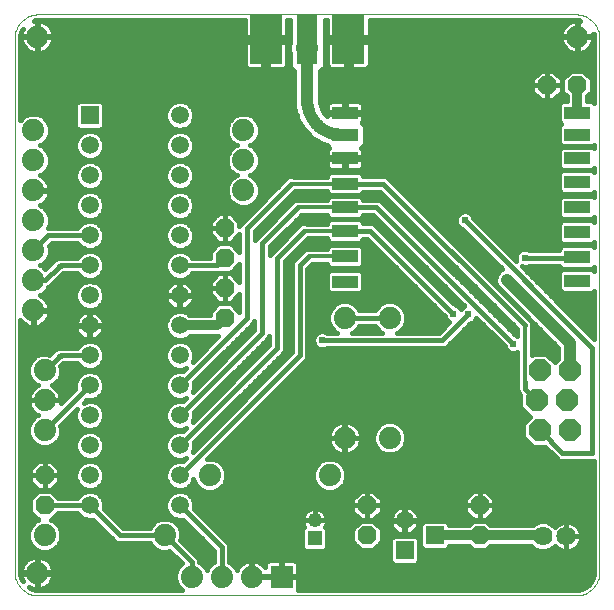
<source format=gtl>
G75*
%MOIN*%
%OFA0B0*%
%FSLAX24Y24*%
%IPPOS*%
%LPD*%
%AMOC8*
5,1,8,0,0,1.08239X$1,22.5*
%
%ADD10C,0.0000*%
%ADD11R,0.0860X0.0420*%
%ADD12OC8,0.0740*%
%ADD13C,0.0740*%
%ADD14R,0.0590X0.0590*%
%ADD15C,0.0590*%
%ADD16R,0.0480X0.0480*%
%ADD17C,0.0480*%
%ADD18OC8,0.0630*%
%ADD19R,0.0700X0.1650*%
%ADD20R,0.1050X0.1650*%
%ADD21R,0.0740X0.0740*%
%ADD22C,0.0640*%
%ADD23C,0.0320*%
%ADD24C,0.0400*%
%ADD25C,0.0238*%
%ADD26C,0.0160*%
%ADD27C,0.0120*%
D10*
X001467Y001180D02*
X019385Y001180D01*
X019439Y001182D01*
X019492Y001187D01*
X019545Y001196D01*
X019597Y001209D01*
X019649Y001225D01*
X019699Y001245D01*
X019747Y001268D01*
X019794Y001295D01*
X019839Y001324D01*
X019882Y001357D01*
X019922Y001392D01*
X019960Y001430D01*
X019995Y001470D01*
X020028Y001513D01*
X020057Y001558D01*
X020084Y001605D01*
X020107Y001653D01*
X020127Y001703D01*
X020143Y001755D01*
X020156Y001807D01*
X020165Y001860D01*
X020170Y001913D01*
X020172Y001967D01*
X020172Y019763D01*
X020170Y019817D01*
X020165Y019870D01*
X020156Y019923D01*
X020143Y019975D01*
X020127Y020027D01*
X020107Y020077D01*
X020084Y020125D01*
X020057Y020172D01*
X020028Y020217D01*
X019995Y020260D01*
X019960Y020300D01*
X019922Y020338D01*
X019882Y020373D01*
X019839Y020406D01*
X019794Y020435D01*
X019747Y020462D01*
X019699Y020485D01*
X019649Y020505D01*
X019597Y020521D01*
X019545Y020534D01*
X019492Y020543D01*
X019439Y020548D01*
X019385Y020550D01*
X001467Y020550D01*
X001413Y020548D01*
X001360Y020543D01*
X001307Y020534D01*
X001255Y020521D01*
X001203Y020505D01*
X001153Y020485D01*
X001105Y020462D01*
X001058Y020435D01*
X001013Y020406D01*
X000970Y020373D01*
X000930Y020338D01*
X000892Y020300D01*
X000857Y020260D01*
X000824Y020217D01*
X000795Y020172D01*
X000768Y020125D01*
X000745Y020077D01*
X000725Y020027D01*
X000709Y019975D01*
X000696Y019923D01*
X000687Y019870D01*
X000682Y019817D01*
X000680Y019763D01*
X000680Y001967D01*
X000682Y001913D01*
X000687Y001860D01*
X000696Y001807D01*
X000709Y001755D01*
X000725Y001703D01*
X000745Y001653D01*
X000768Y001605D01*
X000795Y001558D01*
X000824Y001513D01*
X000857Y001470D01*
X000892Y001430D01*
X000930Y001392D01*
X000970Y001357D01*
X001013Y001324D01*
X001058Y001295D01*
X001105Y001268D01*
X001153Y001245D01*
X001203Y001225D01*
X001255Y001209D01*
X001307Y001196D01*
X001360Y001187D01*
X001413Y001182D01*
X001467Y001180D01*
X008230Y020555D02*
X012630Y020555D01*
D11*
X011693Y017268D03*
X011693Y016543D03*
X011693Y015755D03*
X011693Y014905D03*
X011693Y014118D03*
X011693Y013331D03*
X011693Y012481D03*
X011693Y011643D03*
X019430Y011668D03*
X019430Y012456D03*
X019430Y013293D03*
X019430Y014118D03*
X019430Y014968D03*
X019430Y015755D03*
X019430Y016543D03*
X019430Y017268D03*
D12*
X019180Y008680D03*
X018180Y008680D03*
X018080Y007680D03*
X018180Y006680D03*
X019180Y006680D03*
X019080Y007680D03*
D13*
X013180Y006430D03*
X011680Y006430D03*
X011180Y005180D03*
X008578Y001807D03*
X007578Y001807D03*
X006578Y001807D03*
X005680Y003180D03*
X007180Y005180D03*
X011680Y010430D03*
X013180Y010430D03*
X008306Y014680D03*
X008306Y015680D03*
X008306Y016680D03*
X010430Y019430D03*
X001430Y019805D03*
X001305Y016681D03*
X001305Y015681D03*
X001305Y014681D03*
X001305Y013681D03*
X001305Y012681D03*
X001305Y011681D03*
X001305Y010681D03*
X001680Y008680D03*
X001680Y007680D03*
X001680Y006680D03*
X001680Y003180D03*
X001430Y001930D03*
X019430Y019805D03*
D14*
X014680Y003180D03*
X013680Y002680D03*
X003180Y017180D03*
D15*
X003180Y016180D03*
X003180Y015180D03*
X003180Y014180D03*
X003180Y013180D03*
X003180Y012180D03*
X003180Y011180D03*
X003180Y010180D03*
X003180Y009180D03*
X003180Y008180D03*
X003180Y007180D03*
X003180Y006180D03*
X003180Y005180D03*
X003180Y004180D03*
X006180Y004180D03*
X006180Y005180D03*
X006180Y006180D03*
X006180Y007180D03*
X006180Y008180D03*
X006180Y009180D03*
X006180Y010180D03*
X006180Y011180D03*
X006180Y012180D03*
X006180Y013180D03*
X006180Y014180D03*
X006180Y015180D03*
X006180Y016180D03*
X006180Y017180D03*
X013680Y003680D03*
D16*
X010680Y003090D03*
D17*
X010680Y003680D03*
D18*
X012430Y003180D03*
X012430Y004180D03*
X016180Y004180D03*
X016180Y003180D03*
X007680Y010430D03*
X007680Y011430D03*
X007680Y012430D03*
X007680Y013430D03*
X001680Y005180D03*
X001680Y004180D03*
X018430Y018180D03*
X019430Y018180D03*
D19*
X010430Y019722D03*
D20*
X009054Y019722D03*
X011806Y019722D03*
D21*
X009578Y001807D03*
D22*
X018286Y003147D03*
X019074Y003147D03*
D23*
X018286Y003147D02*
X018253Y003180D01*
X016180Y003180D01*
X014680Y003180D01*
X007680Y010430D02*
X007430Y010180D01*
X006180Y010180D01*
X019430Y017268D02*
X019430Y018180D01*
D24*
X017081Y011697D02*
X019180Y009597D01*
X019180Y008680D01*
X011693Y016543D02*
X011567Y016543D01*
X011501Y016545D01*
X011435Y016551D01*
X011370Y016560D01*
X011305Y016574D01*
X011241Y016591D01*
X011178Y016612D01*
X011117Y016636D01*
X011057Y016664D01*
X010998Y016695D01*
X010942Y016730D01*
X010888Y016768D01*
X010836Y016809D01*
X010787Y016853D01*
X010740Y016900D01*
X010696Y016949D01*
X010655Y017001D01*
X010617Y017055D01*
X010582Y017112D01*
X010551Y017170D01*
X010523Y017230D01*
X010499Y017291D01*
X010478Y017354D01*
X010461Y017418D01*
X010447Y017483D01*
X010438Y017548D01*
X010432Y017614D01*
X010430Y017680D01*
X010430Y019430D01*
D25*
X009805Y019180D03*
X009805Y018807D03*
X009930Y018556D03*
X009930Y018305D03*
X009930Y018055D03*
X009930Y017805D03*
X009930Y017555D03*
X009930Y017305D03*
X010055Y017055D03*
X010180Y016804D03*
X010180Y016178D03*
X010805Y016180D03*
X011055Y016055D03*
X011055Y015305D03*
X010930Y014430D03*
X011056Y013680D03*
X011056Y012930D03*
X011056Y012055D03*
X011056Y011055D03*
X011056Y010055D03*
X010930Y009680D03*
X011682Y009180D03*
X012430Y009182D03*
X012430Y010055D03*
X012430Y010929D03*
X012419Y011806D03*
X013180Y012180D03*
X013680Y012680D03*
X014430Y012930D03*
X014930Y013680D03*
X015430Y014430D03*
X016183Y014562D03*
X015680Y013680D03*
X016555Y013557D03*
X017180Y014180D03*
X017805Y014929D03*
X018555Y015557D03*
X018054Y016180D03*
X017680Y016930D03*
X016930Y016180D03*
X016180Y015430D03*
X015431Y015438D03*
X015430Y016180D03*
X016180Y016930D03*
X015430Y017680D03*
X015430Y018680D03*
X016180Y019430D03*
X016180Y020180D03*
X015430Y020180D03*
X014936Y020183D03*
X014680Y020180D03*
X014185Y020183D03*
X013930Y020180D03*
X013559Y020183D03*
X013305Y020180D03*
X012933Y020183D03*
X012680Y020180D03*
X012680Y019430D03*
X013305Y019430D03*
X013936Y019435D03*
X014680Y019430D03*
X013930Y018680D03*
X013305Y018680D03*
X012680Y018680D03*
X012550Y018200D03*
X012180Y018555D03*
X011799Y018200D03*
X011679Y017806D03*
X011929Y017806D03*
X012181Y017805D03*
X012431Y017554D03*
X012430Y017305D03*
X012431Y017054D03*
X012430Y016805D03*
X012430Y016557D03*
X012430Y016307D03*
X012430Y016055D03*
X012806Y016056D03*
X012806Y016554D03*
X012806Y017054D03*
X013180Y016930D03*
X012807Y017554D03*
X013050Y017950D03*
X013930Y017680D03*
X014680Y016930D03*
X013930Y016055D03*
X013310Y016054D03*
X013056Y015305D03*
X013430Y015180D03*
X012806Y015305D03*
X012555Y015305D03*
X012305Y015305D03*
X012430Y014430D03*
X012930Y013430D03*
X012430Y012930D03*
X013680Y013680D03*
X014180Y014430D03*
X014680Y015430D03*
X015930Y012805D03*
X017081Y011697D03*
X017680Y012430D03*
X017931Y012930D03*
X018181Y012056D03*
X018688Y011684D03*
X019180Y010930D03*
X019680Y010930D03*
X019680Y010180D03*
X018558Y009553D03*
X018055Y009555D03*
X018055Y010054D03*
X017305Y009555D03*
X017302Y009052D03*
X017177Y010179D03*
X016055Y011305D03*
X015555Y010805D03*
X015304Y010560D03*
X015808Y010556D03*
X015808Y009306D03*
X015808Y007804D03*
X015805Y006304D03*
X015805Y005178D03*
X015180Y004430D03*
X015430Y003930D03*
X015430Y002680D03*
X015555Y001430D03*
X016680Y001430D03*
X016683Y002668D03*
X017680Y002680D03*
X018682Y001430D03*
X019806Y001806D03*
X019930Y003180D03*
X019930Y004180D03*
X019930Y005180D03*
X018680Y005180D03*
X018680Y004180D03*
X017430Y004180D03*
X017430Y005180D03*
X017430Y006180D03*
X014180Y004180D03*
X013930Y004930D03*
X013930Y005930D03*
X013180Y005680D03*
X012430Y005180D03*
X011680Y005680D03*
X012430Y006180D03*
X012430Y007054D03*
X013930Y007180D03*
X013930Y008430D03*
X013930Y010929D03*
X014806Y011554D03*
X018556Y013680D03*
X018680Y012930D03*
X018557Y016936D03*
X018557Y017437D03*
X017680Y018180D03*
X016930Y017680D03*
X016930Y018680D03*
X017680Y019430D03*
X017680Y020180D03*
X016930Y020180D03*
X018430Y020180D03*
X018430Y019430D03*
X019930Y018930D03*
X011430Y018555D03*
X011057Y018807D03*
X010932Y018556D03*
X010930Y018305D03*
X010932Y018055D03*
X010930Y017805D03*
X010932Y017555D03*
X011057Y017304D03*
X011428Y017806D03*
X011055Y019180D03*
X011055Y020180D03*
X009805Y020180D03*
X009430Y018555D03*
X009055Y018055D03*
X009305Y017430D03*
X009301Y016428D03*
X009301Y016052D03*
X009301Y015676D03*
X009552Y015301D03*
X008804Y015182D03*
X008804Y016180D03*
X007804Y016180D03*
X007804Y015180D03*
X007802Y014179D03*
X006930Y013430D03*
X006930Y012680D03*
X006930Y011680D03*
X006930Y010930D03*
X006798Y009305D03*
X007430Y008930D03*
X007930Y008430D03*
X008430Y007930D03*
X008930Y007430D03*
X009430Y007930D03*
X009180Y008680D03*
X008680Y009180D03*
X006930Y007430D03*
X007430Y006930D03*
X008055Y006555D03*
X008554Y006056D03*
X009430Y006680D03*
X010556Y005805D03*
X010680Y004680D03*
X011430Y004180D03*
X011680Y003180D03*
X011555Y002180D03*
X011555Y001430D03*
X010430Y001430D03*
X009930Y003180D03*
X009927Y004423D03*
X008805Y004431D03*
X008055Y003930D03*
X007680Y004432D03*
X006929Y004055D03*
X007421Y003549D03*
X006305Y003430D03*
X005555Y002430D03*
X005555Y001430D03*
X004680Y001430D03*
X004680Y002430D03*
X003680Y002430D03*
X003680Y001430D03*
X002680Y001430D03*
X002680Y002430D03*
X002430Y003805D03*
X002430Y005180D03*
X002430Y006180D03*
X000930Y006180D03*
X000930Y005180D03*
X000930Y004180D03*
X000930Y002930D03*
X003930Y004430D03*
X003930Y005430D03*
X003930Y006430D03*
X004671Y006928D03*
X003930Y007430D03*
X003930Y008430D03*
X003930Y009430D03*
X002682Y009669D03*
X001795Y009437D03*
X000930Y009180D03*
X002677Y008688D03*
X003930Y011430D03*
X003930Y012430D03*
X005430Y012430D03*
X005430Y011430D03*
X005430Y010430D03*
X005430Y008430D03*
X005430Y007430D03*
X005430Y006430D03*
X005430Y005430D03*
X005180Y004555D03*
X006680Y004680D03*
X007430Y005930D03*
X012926Y002175D03*
X012930Y001430D03*
X014305Y001430D03*
X014305Y002430D03*
X013180Y003180D03*
X013180Y004180D03*
X009305Y012805D03*
X009305Y013803D03*
X007804Y017180D03*
X006930Y017180D03*
X006930Y018180D03*
X007555Y018680D03*
X008055Y018180D03*
X008680Y018555D03*
X008180Y019430D03*
X007555Y019430D03*
X006930Y019180D03*
X006179Y019581D03*
X006180Y020180D03*
X005930Y020180D03*
X005430Y020180D03*
X004680Y020180D03*
X004675Y019582D03*
X003930Y019180D03*
X004680Y018430D03*
X005430Y019180D03*
X006180Y018430D03*
X006675Y020184D03*
X006930Y020180D03*
X007301Y020184D03*
X007555Y020180D03*
X007927Y020184D03*
X008180Y020180D03*
X005430Y016430D03*
X004676Y015932D03*
X003930Y016430D03*
X003930Y015430D03*
X004676Y014929D03*
X003930Y014430D03*
X004676Y013926D03*
X005430Y013430D03*
X005430Y014430D03*
X005430Y015430D03*
X003180Y018430D03*
X002430Y018930D03*
X001930Y018180D03*
X002430Y017430D03*
X000930Y017680D03*
X000930Y018680D03*
X002430Y020180D03*
X003180Y020180D03*
X003171Y019581D03*
X003930Y020180D03*
D26*
X001155Y001453D02*
X001219Y001420D01*
X001301Y001394D01*
X001387Y001380D01*
X001410Y001380D01*
X001410Y001910D01*
X000880Y001910D01*
X000880Y001887D01*
X000894Y001801D01*
X000920Y001719D01*
X000953Y001655D01*
X000926Y001692D01*
X000867Y001872D01*
X000860Y001967D01*
X000860Y010358D01*
X000885Y010322D01*
X000947Y010261D01*
X001017Y010210D01*
X001094Y010171D01*
X001176Y010144D01*
X001262Y010131D01*
X001285Y010131D01*
X001285Y010661D01*
X001325Y010661D01*
X001325Y010701D01*
X001855Y010701D01*
X001855Y010724D01*
X001841Y010810D01*
X001815Y010892D01*
X001775Y010969D01*
X001725Y011039D01*
X001663Y011100D01*
X001593Y011151D01*
X001535Y011181D01*
X001617Y011215D01*
X001771Y011369D01*
X001805Y011451D01*
X001828Y011460D01*
X001901Y011534D01*
X002288Y011920D01*
X002774Y011920D01*
X002777Y011911D01*
X002911Y011777D01*
X003086Y011705D01*
X003274Y011705D01*
X003449Y011777D01*
X003583Y011911D01*
X003655Y012086D01*
X003655Y012274D01*
X003583Y012449D01*
X003449Y012583D01*
X003274Y012655D01*
X003086Y012655D01*
X002911Y012583D01*
X002777Y012449D01*
X002774Y012440D01*
X002155Y012440D01*
X002014Y012381D01*
X001960Y012327D01*
X001923Y012291D01*
X001923Y012291D01*
X001698Y012066D01*
X001617Y012147D01*
X001535Y012181D01*
X001617Y012215D01*
X001771Y012369D01*
X001855Y012571D01*
X001855Y012790D01*
X001834Y012842D01*
X001912Y012920D01*
X002774Y012920D01*
X002777Y012911D01*
X002911Y012777D01*
X003086Y012705D01*
X003274Y012705D01*
X003449Y012777D01*
X003583Y012911D01*
X003655Y013086D01*
X003655Y013274D01*
X003583Y013449D01*
X003449Y013583D01*
X003274Y013655D01*
X003086Y013655D01*
X002911Y013583D01*
X002777Y013449D01*
X002774Y013440D01*
X001801Y013440D01*
X001855Y013571D01*
X001855Y013790D01*
X001771Y013992D01*
X001617Y014147D01*
X001535Y014181D01*
X001593Y014210D01*
X001663Y014261D01*
X001725Y014322D01*
X001775Y014393D01*
X001815Y014470D01*
X001841Y014552D01*
X001855Y014638D01*
X001855Y014661D01*
X001325Y014661D01*
X001325Y014701D01*
X001855Y014701D01*
X001855Y014724D01*
X001841Y014810D01*
X001815Y014892D01*
X001775Y014969D01*
X001725Y015039D01*
X001663Y015100D01*
X001593Y015151D01*
X001535Y015181D01*
X001617Y015215D01*
X001771Y015369D01*
X001855Y015571D01*
X001855Y015790D01*
X001771Y015992D01*
X001617Y016147D01*
X001535Y016181D01*
X001617Y016215D01*
X001771Y016369D01*
X001855Y016571D01*
X001855Y016790D01*
X001771Y016992D01*
X001617Y017147D01*
X001414Y017231D01*
X001196Y017231D01*
X000993Y017147D01*
X000860Y017014D01*
X000860Y019763D01*
X000867Y019858D01*
X000926Y020038D01*
X000945Y020064D01*
X000920Y020016D01*
X000894Y019934D01*
X000880Y019848D01*
X000880Y019825D01*
X001410Y019825D01*
X001410Y020355D01*
X001387Y020355D01*
X001312Y020343D01*
X001372Y020363D01*
X001467Y020370D01*
X008349Y020370D01*
X008349Y019802D01*
X008974Y019802D01*
X008974Y019642D01*
X009134Y019642D01*
X009134Y018717D01*
X009603Y018717D01*
X009649Y018729D01*
X009690Y018753D01*
X009723Y018787D01*
X009747Y018828D01*
X009759Y018873D01*
X009759Y019642D01*
X009134Y019642D01*
X009134Y019802D01*
X009759Y019802D01*
X009759Y020370D01*
X009850Y020370D01*
X009850Y019598D01*
X009830Y019549D01*
X009830Y019311D01*
X009850Y019262D01*
X009850Y018802D01*
X009985Y018667D01*
X010000Y018667D01*
X010000Y017474D01*
X010107Y017075D01*
X010313Y016718D01*
X010313Y016718D01*
X010605Y016426D01*
X010962Y016220D01*
X010962Y016220D01*
X011084Y016187D01*
X011158Y016112D01*
X011153Y016109D01*
X011119Y016076D01*
X011096Y016035D01*
X011083Y015989D01*
X011083Y015780D01*
X011668Y015780D01*
X011668Y015730D01*
X011718Y015730D01*
X011718Y015365D01*
X012147Y015365D01*
X012193Y015378D01*
X012234Y015401D01*
X012267Y015435D01*
X012291Y015476D01*
X012303Y015522D01*
X012303Y015730D01*
X011718Y015730D01*
X011718Y015780D01*
X012303Y015780D01*
X012303Y015989D01*
X012291Y016035D01*
X012267Y016076D01*
X012234Y016109D01*
X012228Y016112D01*
X012353Y016237D01*
X012353Y016848D01*
X012261Y016941D01*
X012267Y016947D01*
X012291Y016988D01*
X012303Y017034D01*
X012303Y017243D01*
X011718Y017243D01*
X011718Y017293D01*
X011668Y017293D01*
X011668Y017658D01*
X011240Y017658D01*
X011194Y017645D01*
X011153Y017622D01*
X011119Y017588D01*
X011096Y017547D01*
X011083Y017501D01*
X011083Y017293D01*
X011668Y017293D01*
X011668Y017243D01*
X011083Y017243D01*
X011083Y017172D01*
X011006Y017249D01*
X010914Y017409D01*
X010866Y017588D01*
X010860Y017680D01*
X010860Y018667D01*
X010875Y018667D01*
X011010Y018802D01*
X011010Y019262D01*
X011030Y019311D01*
X011030Y019549D01*
X011010Y019598D01*
X011010Y020370D01*
X011101Y020370D01*
X011101Y019802D01*
X011726Y019802D01*
X011726Y019642D01*
X011886Y019642D01*
X011886Y019802D01*
X012511Y019802D01*
X012511Y020370D01*
X019385Y020370D01*
X019480Y020363D01*
X019533Y020345D01*
X019473Y020355D01*
X019450Y020355D01*
X019450Y019825D01*
X019410Y019825D01*
X019410Y020355D01*
X019387Y020355D01*
X019301Y020341D01*
X019219Y020315D01*
X019142Y020275D01*
X019072Y020224D01*
X019010Y020163D01*
X018960Y020093D01*
X018920Y020016D01*
X018894Y019934D01*
X018880Y019848D01*
X018880Y019825D01*
X019410Y019825D01*
X019410Y019785D01*
X018880Y019785D01*
X018880Y019762D01*
X018894Y019676D01*
X018920Y019594D01*
X018960Y019517D01*
X019010Y019447D01*
X019072Y019385D01*
X019142Y019334D01*
X019219Y019295D01*
X019301Y019268D01*
X019387Y019255D01*
X019410Y019255D01*
X019410Y019785D01*
X019450Y019785D01*
X019450Y019825D01*
X019980Y019825D01*
X019980Y019848D01*
X019973Y019895D01*
X019985Y019858D01*
X019992Y019763D01*
X019992Y017600D01*
X019935Y017658D01*
X019770Y017658D01*
X019770Y017820D01*
X019925Y017975D01*
X019925Y018385D01*
X019635Y018675D01*
X019225Y018675D01*
X018935Y018385D01*
X018935Y017975D01*
X019090Y017820D01*
X019090Y017658D01*
X018925Y017658D01*
X018820Y017552D01*
X018820Y016983D01*
X018898Y016905D01*
X018820Y016827D01*
X018820Y016258D01*
X018925Y016153D01*
X019935Y016153D01*
X019992Y016210D01*
X019992Y016088D01*
X019935Y016145D01*
X018925Y016145D01*
X018820Y016040D01*
X018820Y015471D01*
X018925Y015365D01*
X019935Y015365D01*
X019992Y015423D01*
X019992Y015300D01*
X019935Y015358D01*
X018925Y015358D01*
X018820Y015252D01*
X018820Y014683D01*
X018925Y014578D01*
X019935Y014578D01*
X019992Y014635D01*
X019992Y014450D01*
X019935Y014508D01*
X018925Y014508D01*
X018820Y014403D01*
X018820Y013833D01*
X018925Y013728D01*
X019935Y013728D01*
X019992Y013786D01*
X019992Y013626D01*
X019935Y013683D01*
X018925Y013683D01*
X018820Y013578D01*
X018820Y013009D01*
X018925Y012903D01*
X019935Y012903D01*
X019992Y012961D01*
X019992Y012788D01*
X019935Y012846D01*
X018925Y012846D01*
X018820Y012740D01*
X018820Y012696D01*
X018650Y012690D01*
X017834Y012690D01*
X017739Y012729D01*
X017621Y012729D01*
X017511Y012684D01*
X017426Y012599D01*
X017381Y012489D01*
X017381Y012371D01*
X017398Y012330D01*
X015973Y013755D01*
X015934Y013849D01*
X015849Y013934D01*
X015739Y013979D01*
X015621Y013979D01*
X015511Y013934D01*
X015426Y013849D01*
X015381Y013739D01*
X015381Y013621D01*
X015426Y013511D01*
X015511Y013426D01*
X015605Y013387D01*
X016942Y012050D01*
X016866Y012019D01*
X016759Y011912D01*
X016701Y011772D01*
X016701Y011621D01*
X016759Y011481D01*
X018800Y009440D01*
X018800Y009078D01*
X018680Y008958D01*
X018408Y009230D01*
X017952Y009230D01*
X017920Y009198D01*
X017920Y010080D01*
X017940Y010128D01*
X017940Y010232D01*
X017900Y010327D01*
X013102Y015126D01*
X013006Y015165D01*
X012303Y015165D01*
X012303Y015190D01*
X012198Y015295D01*
X011189Y015295D01*
X011083Y015190D01*
X011083Y015145D01*
X010006Y015145D01*
X009958Y015165D01*
X009854Y015165D01*
X009759Y015126D01*
X008210Y013577D01*
X008175Y013493D01*
X008175Y013635D01*
X007885Y013925D01*
X007680Y013925D01*
X007680Y013430D01*
X007680Y013430D01*
X007680Y012935D01*
X007885Y012935D01*
X008170Y013220D01*
X008170Y012640D01*
X007885Y012925D01*
X007475Y012925D01*
X007185Y012635D01*
X007185Y012440D01*
X006586Y012440D01*
X006583Y012449D01*
X006449Y012583D01*
X006274Y012655D01*
X006086Y012655D01*
X005911Y012583D01*
X005777Y012449D01*
X005705Y012274D01*
X005705Y012086D01*
X005777Y011911D01*
X005911Y011777D01*
X006086Y011705D01*
X006274Y011705D01*
X006449Y011777D01*
X006583Y011911D01*
X006586Y011920D01*
X007470Y011920D01*
X007185Y011635D01*
X007185Y011430D01*
X007680Y011430D01*
X007680Y011430D01*
X007680Y011925D01*
X007885Y011925D01*
X008170Y011640D01*
X008170Y012220D01*
X007885Y011935D01*
X007518Y011935D01*
X007494Y011925D01*
X007680Y011925D01*
X007680Y011430D01*
X007680Y010935D01*
X007885Y010935D01*
X008170Y011220D01*
X008170Y010640D01*
X007885Y010925D01*
X007475Y010925D01*
X007185Y010635D01*
X007185Y010520D01*
X006512Y010520D01*
X006449Y010583D01*
X006274Y010655D01*
X006086Y010655D01*
X005911Y010583D01*
X005777Y010449D01*
X005705Y010274D01*
X005705Y010086D01*
X005777Y009911D01*
X005911Y009777D01*
X006086Y009705D01*
X006274Y009705D01*
X006449Y009777D01*
X006512Y009840D01*
X007472Y009840D01*
X006611Y008978D01*
X006655Y009086D01*
X006655Y009274D01*
X006583Y009449D01*
X006449Y009583D01*
X006274Y009655D01*
X006086Y009655D01*
X005911Y009583D01*
X005777Y009449D01*
X005705Y009274D01*
X005705Y009086D01*
X005777Y008911D01*
X005911Y008777D01*
X006086Y008705D01*
X006274Y008705D01*
X006382Y008749D01*
X006284Y008651D01*
X006274Y008655D01*
X006086Y008655D01*
X005911Y008583D01*
X005777Y008449D01*
X005705Y008274D01*
X005705Y008086D01*
X005777Y007911D01*
X005911Y007777D01*
X006086Y007705D01*
X006274Y007705D01*
X006382Y007749D01*
X006284Y007651D01*
X006274Y007655D01*
X006086Y007655D01*
X005911Y007583D01*
X005777Y007449D01*
X005705Y007274D01*
X005705Y007086D01*
X005777Y006911D01*
X005911Y006777D01*
X006086Y006705D01*
X006274Y006705D01*
X006382Y006749D01*
X006284Y006651D01*
X006274Y006655D01*
X006086Y006655D01*
X005911Y006583D01*
X005777Y006449D01*
X005705Y006274D01*
X005705Y006086D01*
X005777Y005911D01*
X005911Y005777D01*
X006086Y005705D01*
X006274Y005705D01*
X006382Y005749D01*
X006284Y005651D01*
X006274Y005655D01*
X006086Y005655D01*
X005911Y005583D01*
X005777Y005449D01*
X005705Y005274D01*
X005705Y005086D01*
X005777Y004911D01*
X005911Y004777D01*
X006086Y004705D01*
X006274Y004705D01*
X006449Y004777D01*
X006583Y004911D01*
X006639Y005048D01*
X006714Y004868D01*
X006868Y004714D01*
X007071Y004630D01*
X007289Y004630D01*
X007492Y004714D01*
X007646Y004868D01*
X007730Y005071D01*
X007730Y005289D01*
X007646Y005492D01*
X007492Y005646D01*
X007289Y005730D01*
X007098Y005730D01*
X010327Y008960D01*
X010400Y009033D01*
X010440Y009128D01*
X010440Y012072D01*
X010608Y012241D01*
X011083Y012241D01*
X011083Y012196D01*
X011189Y012091D01*
X012198Y012091D01*
X012303Y012196D01*
X012303Y012765D01*
X012198Y012871D01*
X011189Y012871D01*
X011083Y012765D01*
X011083Y012721D01*
X010581Y012721D01*
X010532Y012741D01*
X010429Y012741D01*
X010333Y012701D01*
X009960Y012327D01*
X009920Y012232D01*
X009920Y009288D01*
X006611Y005978D01*
X006655Y006086D01*
X006655Y006274D01*
X006651Y006284D01*
X009577Y009210D01*
X009650Y009283D01*
X009690Y009378D01*
X009690Y012322D01*
X010458Y013091D01*
X011083Y013091D01*
X011083Y013046D01*
X011189Y012941D01*
X012198Y012941D01*
X012303Y013046D01*
X012303Y013071D01*
X012422Y013071D01*
X014834Y010659D01*
X014834Y010658D01*
X014870Y010622D01*
X014906Y010586D01*
X014907Y010586D01*
X015012Y010482D01*
X015050Y010391D01*
X015134Y010307D01*
X015174Y010290D01*
X014823Y009940D01*
X013436Y009940D01*
X013492Y009963D01*
X013647Y010118D01*
X013730Y010320D01*
X013730Y010539D01*
X013647Y010741D01*
X013492Y010896D01*
X013290Y010980D01*
X013071Y010980D01*
X012869Y010896D01*
X012714Y010741D01*
X012693Y010690D01*
X012168Y010690D01*
X012147Y010741D01*
X011992Y010896D01*
X011790Y010980D01*
X011571Y010980D01*
X011369Y010896D01*
X011214Y010741D01*
X011130Y010539D01*
X011130Y010320D01*
X011214Y010118D01*
X011369Y009963D01*
X011425Y009940D01*
X011084Y009940D01*
X010990Y009979D01*
X010871Y009979D01*
X010761Y009934D01*
X010677Y009849D01*
X010631Y009739D01*
X010440Y009739D01*
X010440Y009581D02*
X010648Y009581D01*
X010631Y009621D02*
X010677Y009511D01*
X010761Y009426D01*
X010871Y009381D01*
X010990Y009381D01*
X011084Y009420D01*
X014983Y009420D01*
X015078Y009460D01*
X015883Y010264D01*
X015977Y010303D01*
X016061Y010387D01*
X016074Y010418D01*
X017013Y009480D01*
X017052Y009385D01*
X017136Y009301D01*
X017246Y009256D01*
X017365Y009256D01*
X017440Y009287D01*
X017440Y008380D01*
X017420Y008332D01*
X017420Y008055D01*
X017479Y007914D01*
X017530Y007862D01*
X017530Y007452D01*
X017852Y007130D01*
X017852Y007130D01*
X017630Y006908D01*
X017630Y006452D01*
X017952Y006130D01*
X018362Y006130D01*
X018710Y005783D01*
X018783Y005710D01*
X018878Y005670D01*
X019982Y005670D01*
X019992Y005674D01*
X019992Y001967D01*
X019985Y001872D01*
X019926Y001692D01*
X019814Y001538D01*
X019660Y001426D01*
X019480Y001367D01*
X019385Y001360D01*
X010112Y001360D01*
X010116Y001367D01*
X010128Y001413D01*
X010128Y001787D01*
X009598Y001787D01*
X009598Y001827D01*
X009558Y001827D01*
X009558Y001787D01*
X008598Y001787D01*
X008598Y001827D01*
X008558Y001827D01*
X008558Y002357D01*
X008535Y002357D01*
X008449Y002343D01*
X008367Y002317D01*
X008290Y002277D01*
X008220Y002226D01*
X008159Y002165D01*
X008108Y002095D01*
X008078Y002037D01*
X008044Y002119D01*
X007890Y002273D01*
X007838Y002295D01*
X007838Y002833D01*
X007799Y002929D01*
X007726Y003002D01*
X006651Y004076D01*
X006655Y004086D01*
X006655Y004274D01*
X006583Y004449D01*
X006449Y004583D01*
X006274Y004655D01*
X006086Y004655D01*
X005911Y004583D01*
X005777Y004449D01*
X005705Y004274D01*
X005705Y004086D01*
X005777Y003911D01*
X005911Y003777D01*
X006086Y003705D01*
X006274Y003705D01*
X006284Y003709D01*
X007318Y002674D01*
X007318Y002295D01*
X007267Y002273D01*
X007112Y002119D01*
X007078Y002037D01*
X007044Y002119D01*
X006890Y002273D01*
X006838Y002295D01*
X006838Y002333D01*
X006799Y002429D01*
X006726Y002502D01*
X006209Y003019D01*
X006230Y003071D01*
X006230Y003289D01*
X006146Y003492D01*
X005992Y003646D01*
X005789Y003730D01*
X005571Y003730D01*
X005368Y003646D01*
X005214Y003492D01*
X005192Y003440D01*
X004288Y003440D01*
X003651Y004076D01*
X003655Y004086D01*
X003655Y004274D01*
X003583Y004449D01*
X003449Y004583D01*
X003274Y004655D01*
X003086Y004655D01*
X002911Y004583D01*
X002777Y004449D01*
X002774Y004440D01*
X002120Y004440D01*
X001885Y004675D01*
X001475Y004675D01*
X001185Y004385D01*
X001185Y003975D01*
X001471Y003689D01*
X001368Y003646D01*
X001214Y003492D01*
X001130Y003289D01*
X001130Y003071D01*
X001214Y002868D01*
X001368Y002714D01*
X001571Y002630D01*
X001789Y002630D01*
X001992Y002714D01*
X002146Y002868D01*
X002230Y003071D01*
X002230Y003289D01*
X002146Y003492D01*
X001992Y003646D01*
X001889Y003689D01*
X002120Y003920D01*
X002774Y003920D01*
X002777Y003911D01*
X002911Y003777D01*
X003086Y003705D01*
X003274Y003705D01*
X003284Y003709D01*
X004033Y002960D01*
X004128Y002920D01*
X005192Y002920D01*
X005214Y002868D01*
X005368Y002714D01*
X005571Y002630D01*
X005789Y002630D01*
X005841Y002651D01*
X006243Y002249D01*
X006112Y002119D01*
X006028Y001916D01*
X006028Y001698D01*
X006112Y001495D01*
X006247Y001360D01*
X001467Y001360D01*
X001372Y001367D01*
X001192Y001426D01*
X001155Y001453D01*
X001410Y001497D02*
X001450Y001497D01*
X001450Y001380D02*
X001473Y001380D01*
X001559Y001394D01*
X001641Y001420D01*
X001718Y001460D01*
X001788Y001510D01*
X001850Y001572D01*
X001900Y001642D01*
X001940Y001719D01*
X001966Y001801D01*
X001980Y001887D01*
X001980Y001910D01*
X001450Y001910D01*
X001450Y001950D01*
X001410Y001950D01*
X001410Y002480D01*
X001387Y002480D01*
X001301Y002466D01*
X001219Y002440D01*
X001142Y002400D01*
X001072Y002350D01*
X001010Y002288D01*
X000960Y002218D01*
X000920Y002141D01*
X000894Y002059D01*
X000880Y001973D01*
X000880Y001950D01*
X001410Y001950D01*
X001410Y001910D01*
X001450Y001910D01*
X001450Y001380D01*
X001450Y001656D02*
X001410Y001656D01*
X001410Y001814D02*
X001450Y001814D01*
X001450Y001950D02*
X001980Y001950D01*
X001980Y001973D01*
X001966Y002059D01*
X001940Y002141D01*
X001900Y002218D01*
X001850Y002288D01*
X001788Y002350D01*
X001718Y002400D01*
X001641Y002440D01*
X001559Y002466D01*
X001473Y002480D01*
X001450Y002480D01*
X001450Y001950D01*
X001450Y001973D02*
X001410Y001973D01*
X001410Y002131D02*
X001450Y002131D01*
X001450Y002290D02*
X001410Y002290D01*
X001410Y002448D02*
X001450Y002448D01*
X001616Y002448D02*
X006044Y002448D01*
X005886Y002607D02*
X000860Y002607D01*
X000860Y002765D02*
X001317Y002765D01*
X001191Y002924D02*
X000860Y002924D01*
X000860Y003082D02*
X001130Y003082D01*
X001130Y003241D02*
X000860Y003241D01*
X000860Y003399D02*
X001175Y003399D01*
X001280Y003558D02*
X000860Y003558D01*
X000860Y003716D02*
X001444Y003716D01*
X001285Y003875D02*
X000860Y003875D01*
X000860Y004033D02*
X001185Y004033D01*
X001185Y004192D02*
X000860Y004192D01*
X000860Y004350D02*
X001185Y004350D01*
X001308Y004509D02*
X000860Y004509D01*
X000860Y004667D02*
X001467Y004667D01*
X001475Y004685D02*
X001185Y004975D01*
X001185Y005180D01*
X001680Y005180D01*
X001680Y005180D01*
X001680Y005675D01*
X001885Y005675D01*
X002175Y005385D01*
X002175Y005180D01*
X001680Y005180D01*
X001680Y005180D01*
X001680Y005180D01*
X001680Y005675D01*
X001475Y005675D01*
X001185Y005385D01*
X001185Y005180D01*
X001680Y005180D01*
X002175Y005180D01*
X002175Y004975D01*
X001885Y004685D01*
X001680Y004685D01*
X001680Y005180D01*
X001680Y005180D01*
X001680Y004685D01*
X001475Y004685D01*
X001334Y004826D02*
X000860Y004826D01*
X000860Y004984D02*
X001185Y004984D01*
X001185Y005143D02*
X000860Y005143D01*
X000860Y005301D02*
X001185Y005301D01*
X001259Y005460D02*
X000860Y005460D01*
X000860Y005618D02*
X001418Y005618D01*
X001680Y005618D02*
X001680Y005618D01*
X001680Y005460D02*
X001680Y005460D01*
X001680Y005301D02*
X001680Y005301D01*
X001680Y005143D02*
X001680Y005143D01*
X001680Y004984D02*
X001680Y004984D01*
X001680Y004826D02*
X001680Y004826D01*
X001893Y004667D02*
X006981Y004667D01*
X006757Y004826D02*
X006497Y004826D01*
X006613Y004984D02*
X006666Y004984D01*
X006523Y004509D02*
X012058Y004509D01*
X011935Y004385D02*
X011935Y004180D01*
X012430Y004180D01*
X012430Y004180D01*
X012430Y004675D01*
X012635Y004675D01*
X012925Y004385D01*
X012925Y004180D01*
X012430Y004180D01*
X012430Y004180D01*
X012430Y004180D01*
X012430Y004675D01*
X012225Y004675D01*
X011935Y004385D01*
X011935Y004350D02*
X006624Y004350D01*
X006655Y004192D02*
X011935Y004192D01*
X011935Y004180D02*
X011935Y003975D01*
X012225Y003685D01*
X012430Y003685D01*
X012635Y003685D01*
X012925Y003975D01*
X012925Y004180D01*
X012430Y004180D01*
X012430Y003685D01*
X012430Y004180D01*
X012430Y004180D01*
X011935Y004180D01*
X011935Y004033D02*
X010909Y004033D01*
X010900Y004039D02*
X010841Y004069D01*
X010778Y004090D01*
X010713Y004100D01*
X010680Y004100D01*
X010680Y003680D01*
X011100Y003680D01*
X011100Y003713D01*
X011090Y003778D01*
X011069Y003841D01*
X011039Y003900D01*
X011000Y003954D01*
X010954Y004000D01*
X010900Y004039D01*
X010680Y004033D02*
X010680Y004033D01*
X010680Y004100D02*
X010680Y003680D01*
X010680Y003680D01*
X010680Y003680D01*
X011100Y003680D01*
X011100Y003647D01*
X011090Y003582D01*
X011069Y003519D01*
X011041Y003463D01*
X011100Y003405D01*
X011100Y002775D01*
X010995Y002670D01*
X010365Y002670D01*
X010260Y002775D01*
X010260Y003405D01*
X010319Y003463D01*
X010291Y003519D01*
X010270Y003582D01*
X010260Y003647D01*
X010260Y003680D01*
X010680Y003680D01*
X010680Y003680D01*
X010260Y003680D01*
X010260Y003713D01*
X010270Y003778D01*
X010291Y003841D01*
X010321Y003900D01*
X010360Y003954D01*
X010406Y004000D01*
X010460Y004039D01*
X010519Y004069D01*
X010582Y004090D01*
X010647Y004100D01*
X010680Y004100D01*
X010680Y003875D02*
X010680Y003875D01*
X010680Y003716D02*
X010680Y003716D01*
X011052Y003875D02*
X012035Y003875D01*
X012194Y003716D02*
X011100Y003716D01*
X011082Y003558D02*
X012107Y003558D01*
X012225Y003675D02*
X011935Y003385D01*
X011935Y002975D01*
X012225Y002685D01*
X012635Y002685D01*
X012925Y002975D01*
X012925Y003385D01*
X012635Y003675D01*
X012225Y003675D01*
X012430Y003716D02*
X012430Y003716D01*
X012430Y003875D02*
X012430Y003875D01*
X012430Y004033D02*
X012430Y004033D01*
X012430Y004192D02*
X012430Y004192D01*
X012430Y004350D02*
X012430Y004350D01*
X012430Y004509D02*
X012430Y004509D01*
X012430Y004667D02*
X012430Y004667D01*
X012643Y004667D02*
X015967Y004667D01*
X015975Y004675D02*
X015685Y004385D01*
X015685Y004180D01*
X016180Y004180D01*
X016180Y004180D01*
X016180Y004675D01*
X016385Y004675D01*
X016675Y004385D01*
X016675Y004180D01*
X016180Y004180D01*
X016180Y004180D01*
X016180Y004180D01*
X016180Y004675D01*
X015975Y004675D01*
X016180Y004667D02*
X016180Y004667D01*
X016180Y004509D02*
X016180Y004509D01*
X016180Y004350D02*
X016180Y004350D01*
X016180Y004192D02*
X016180Y004192D01*
X016180Y004180D02*
X015685Y004180D01*
X015685Y003975D01*
X015975Y003685D01*
X016180Y003685D01*
X016385Y003685D01*
X016675Y003975D01*
X016675Y004180D01*
X016180Y004180D01*
X016180Y003685D01*
X016180Y004180D01*
X016180Y004180D01*
X016180Y004033D02*
X016180Y004033D01*
X016180Y003875D02*
X016180Y003875D01*
X016180Y003716D02*
X016180Y003716D01*
X016385Y003675D02*
X015975Y003675D01*
X015820Y003520D01*
X015155Y003520D01*
X015155Y003550D01*
X015050Y003655D01*
X014310Y003655D01*
X014205Y003550D01*
X014205Y002810D01*
X014310Y002705D01*
X015050Y002705D01*
X015155Y002810D01*
X015155Y002840D01*
X015820Y002840D01*
X015975Y002685D01*
X016385Y002685D01*
X016540Y002840D01*
X017886Y002840D01*
X018003Y002723D01*
X018187Y002647D01*
X018386Y002647D01*
X018570Y002723D01*
X018682Y002835D01*
X018692Y002821D01*
X018748Y002765D01*
X018812Y002719D01*
X018882Y002683D01*
X018957Y002659D01*
X019034Y002647D01*
X019074Y002647D01*
X019113Y002647D01*
X019191Y002659D01*
X019266Y002683D01*
X019336Y002719D01*
X019399Y002765D01*
X019992Y002765D01*
X019992Y002607D02*
X014155Y002607D01*
X014155Y002765D02*
X014250Y002765D01*
X014205Y002924D02*
X014155Y002924D01*
X014155Y003050D02*
X014050Y003155D01*
X013310Y003155D01*
X013205Y003050D01*
X013205Y002310D01*
X013310Y002205D01*
X014050Y002205D01*
X014155Y002310D01*
X014155Y003050D01*
X014123Y003082D02*
X014205Y003082D01*
X014205Y003241D02*
X013864Y003241D01*
X013862Y003240D02*
X013929Y003274D01*
X013989Y003318D01*
X014042Y003371D01*
X014086Y003431D01*
X014120Y003498D01*
X014143Y003569D01*
X014155Y003643D01*
X014155Y003662D01*
X013698Y003662D01*
X013698Y003698D01*
X013662Y003698D01*
X013662Y004155D01*
X013643Y004155D01*
X013569Y004143D01*
X013498Y004120D01*
X013431Y004086D01*
X013371Y004042D01*
X013318Y003989D01*
X013274Y003929D01*
X013240Y003862D01*
X013217Y003791D01*
X013205Y003717D01*
X013205Y003698D01*
X013662Y003698D01*
X013662Y003662D01*
X013205Y003662D01*
X013205Y003643D01*
X013217Y003569D01*
X013240Y003498D01*
X013274Y003431D01*
X013318Y003371D01*
X013371Y003318D01*
X013431Y003274D01*
X013498Y003240D01*
X013569Y003217D01*
X013643Y003205D01*
X013662Y003205D01*
X013662Y003662D01*
X013698Y003662D01*
X013698Y003205D01*
X013717Y003205D01*
X013791Y003217D01*
X013862Y003240D01*
X013698Y003241D02*
X013662Y003241D01*
X013662Y003399D02*
X013698Y003399D01*
X013698Y003558D02*
X013662Y003558D01*
X013698Y003698D02*
X014155Y003698D01*
X014155Y003717D01*
X014143Y003791D01*
X014120Y003862D01*
X014086Y003929D01*
X014042Y003989D01*
X013989Y004042D01*
X013929Y004086D01*
X013862Y004120D01*
X013791Y004143D01*
X013717Y004155D01*
X013698Y004155D01*
X013698Y003698D01*
X013698Y003716D02*
X013662Y003716D01*
X013662Y003875D02*
X013698Y003875D01*
X013698Y004033D02*
X013662Y004033D01*
X013361Y004033D02*
X012925Y004033D01*
X012925Y004192D02*
X015685Y004192D01*
X015685Y004350D02*
X012925Y004350D01*
X012802Y004509D02*
X015808Y004509D01*
X015685Y004033D02*
X013999Y004033D01*
X014114Y003875D02*
X015785Y003875D01*
X015944Y003716D02*
X014155Y003716D01*
X014140Y003558D02*
X014213Y003558D01*
X014205Y003399D02*
X014063Y003399D01*
X013496Y003241D02*
X012925Y003241D01*
X012911Y003399D02*
X013297Y003399D01*
X013220Y003558D02*
X012753Y003558D01*
X012666Y003716D02*
X013205Y003716D01*
X013246Y003875D02*
X012825Y003875D01*
X012925Y003082D02*
X013237Y003082D01*
X013205Y002924D02*
X012874Y002924D01*
X012715Y002765D02*
X013205Y002765D01*
X013205Y002607D02*
X007838Y002607D01*
X007838Y002765D02*
X010270Y002765D01*
X010260Y002924D02*
X007801Y002924D01*
X007646Y003082D02*
X010260Y003082D01*
X010260Y003241D02*
X007487Y003241D01*
X007329Y003399D02*
X010260Y003399D01*
X010278Y003558D02*
X007170Y003558D01*
X007012Y003716D02*
X010260Y003716D01*
X010308Y003875D02*
X006853Y003875D01*
X006695Y004033D02*
X010451Y004033D01*
X010868Y004714D02*
X011071Y004630D01*
X011289Y004630D01*
X011492Y004714D01*
X011646Y004868D01*
X011730Y005071D01*
X011730Y005289D01*
X011646Y005492D01*
X011492Y005646D01*
X011289Y005730D01*
X011071Y005730D01*
X010868Y005646D01*
X010714Y005492D01*
X010630Y005289D01*
X010630Y005071D01*
X010714Y004868D01*
X010868Y004714D01*
X010981Y004667D02*
X007379Y004667D01*
X007603Y004826D02*
X010757Y004826D01*
X010666Y004984D02*
X007694Y004984D01*
X007730Y005143D02*
X010630Y005143D01*
X010635Y005301D02*
X007725Y005301D01*
X007660Y005460D02*
X010700Y005460D01*
X010840Y005618D02*
X007520Y005618D01*
X007303Y005935D02*
X011440Y005935D01*
X011469Y005920D02*
X011552Y005893D01*
X011637Y005880D01*
X011672Y005880D01*
X011672Y006421D01*
X011689Y006421D01*
X011689Y006438D01*
X012230Y006438D01*
X012230Y006473D01*
X012217Y006558D01*
X012190Y006641D01*
X012151Y006718D01*
X012100Y006788D01*
X012039Y006849D01*
X011969Y006900D01*
X011892Y006939D01*
X011809Y006966D01*
X011724Y006980D01*
X011689Y006980D01*
X011689Y006438D01*
X011672Y006438D01*
X011672Y006421D01*
X011130Y006421D01*
X011130Y006386D01*
X011144Y006301D01*
X011171Y006218D01*
X011210Y006141D01*
X011261Y006071D01*
X011322Y006010D01*
X011392Y005959D01*
X011469Y005920D01*
X011672Y005935D02*
X011689Y005935D01*
X011689Y005880D02*
X011724Y005880D01*
X011809Y005893D01*
X011892Y005920D01*
X011969Y005959D01*
X012039Y006010D01*
X012100Y006071D01*
X012151Y006141D01*
X012190Y006218D01*
X012217Y006301D01*
X012230Y006386D01*
X012230Y006421D01*
X011689Y006421D01*
X011689Y005880D01*
X011672Y006094D02*
X011689Y006094D01*
X011672Y006252D02*
X011689Y006252D01*
X011672Y006411D02*
X011689Y006411D01*
X011672Y006438D02*
X011130Y006438D01*
X011130Y006473D01*
X011144Y006558D01*
X011171Y006641D01*
X011210Y006718D01*
X011261Y006788D01*
X011322Y006849D01*
X011392Y006900D01*
X011469Y006939D01*
X011552Y006966D01*
X011637Y006980D01*
X011672Y006980D01*
X011672Y006438D01*
X011672Y006569D02*
X011689Y006569D01*
X011672Y006728D02*
X011689Y006728D01*
X011672Y006886D02*
X011689Y006886D01*
X011373Y006886D02*
X008254Y006886D01*
X008412Y007045D02*
X017767Y007045D01*
X017779Y007203D02*
X008571Y007203D01*
X008729Y007362D02*
X017621Y007362D01*
X017530Y007520D02*
X008888Y007520D01*
X009046Y007679D02*
X017530Y007679D01*
X017530Y007837D02*
X009205Y007837D01*
X009363Y007996D02*
X017445Y007996D01*
X017479Y007914D02*
X017479Y007914D01*
X017420Y008154D02*
X009522Y008154D01*
X009680Y008313D02*
X017420Y008313D01*
X017440Y008471D02*
X009839Y008471D01*
X009997Y008630D02*
X017440Y008630D01*
X017440Y008788D02*
X010156Y008788D01*
X010314Y008947D02*
X017440Y008947D01*
X017440Y009105D02*
X010430Y009105D01*
X010440Y009264D02*
X017227Y009264D01*
X017383Y009264D02*
X017440Y009264D01*
X017305Y009555D02*
X012742Y014118D01*
X011693Y014118D01*
X011189Y014508D02*
X011083Y014403D01*
X011083Y014358D01*
X010218Y014358D01*
X010170Y014378D01*
X010066Y014378D01*
X009971Y014338D01*
X008710Y013077D01*
X008690Y013030D01*
X008690Y013322D01*
X010033Y014665D01*
X011083Y014665D01*
X011083Y014621D01*
X011189Y014515D01*
X012198Y014515D01*
X012303Y014621D01*
X012303Y014645D01*
X012847Y014645D01*
X017440Y010052D01*
X017440Y009823D01*
X017380Y009847D01*
X012962Y014265D01*
X012889Y014338D01*
X012794Y014378D01*
X012303Y014378D01*
X012303Y014403D01*
X012198Y014508D01*
X011189Y014508D01*
X011175Y014494D02*
X009862Y014494D01*
X009968Y014336D02*
X009704Y014336D01*
X009809Y014177D02*
X009545Y014177D01*
X009651Y014019D02*
X009387Y014019D01*
X009492Y013860D02*
X009228Y013860D01*
X009334Y013702D02*
X009070Y013702D01*
X009175Y013543D02*
X008911Y013543D01*
X009017Y013385D02*
X008753Y013385D01*
X008690Y013226D02*
X008858Y013226D01*
X008706Y013068D02*
X008690Y013068D01*
X008930Y012930D02*
X010118Y014118D01*
X010246Y013878D02*
X011083Y013878D01*
X011083Y013833D01*
X011189Y013728D01*
X012198Y013728D01*
X012303Y013833D01*
X012303Y013858D01*
X012634Y013858D01*
X015669Y010823D01*
X015638Y010810D01*
X015557Y010729D01*
X015557Y010730D01*
X015473Y010814D01*
X015376Y010854D01*
X015236Y010991D01*
X012750Y013478D01*
X012677Y013551D01*
X012581Y013591D01*
X012303Y013591D01*
X012303Y013615D01*
X012198Y013721D01*
X011189Y013721D01*
X011083Y013615D01*
X011083Y013571D01*
X010431Y013571D01*
X010382Y013591D01*
X010279Y013591D01*
X010183Y013551D01*
X009210Y012577D01*
X009190Y012530D01*
X009190Y012822D01*
X010246Y013878D01*
X010228Y013860D02*
X011083Y013860D01*
X011170Y013702D02*
X010069Y013702D01*
X010175Y013543D02*
X009911Y013543D01*
X010017Y013385D02*
X009752Y013385D01*
X009858Y013226D02*
X009594Y013226D01*
X009700Y013068D02*
X009435Y013068D01*
X009541Y012909D02*
X009277Y012909D01*
X009190Y012751D02*
X009383Y012751D01*
X009224Y012592D02*
X009190Y012592D01*
X009430Y012430D02*
X010331Y013331D01*
X010435Y013068D02*
X011083Y013068D01*
X011083Y012751D02*
X010118Y012751D01*
X010224Y012592D02*
X009960Y012592D01*
X010066Y012434D02*
X009801Y012434D01*
X009690Y012275D02*
X009938Y012275D01*
X009920Y012117D02*
X009690Y012117D01*
X009690Y011958D02*
X009920Y011958D01*
X009920Y011800D02*
X009690Y011800D01*
X009690Y011641D02*
X009920Y011641D01*
X009920Y011483D02*
X009690Y011483D01*
X009690Y011324D02*
X009920Y011324D01*
X009920Y011166D02*
X009690Y011166D01*
X009690Y011007D02*
X009920Y011007D01*
X009920Y010849D02*
X009690Y010849D01*
X009690Y010690D02*
X009920Y010690D01*
X009920Y010532D02*
X009690Y010532D01*
X009690Y010373D02*
X009920Y010373D01*
X009920Y010215D02*
X009690Y010215D01*
X009690Y010056D02*
X009920Y010056D01*
X009920Y009898D02*
X009690Y009898D01*
X009690Y009739D02*
X009920Y009739D01*
X009920Y009581D02*
X009690Y009581D01*
X009690Y009422D02*
X009920Y009422D01*
X009896Y009264D02*
X009631Y009264D01*
X009737Y009105D02*
X009473Y009105D01*
X009579Y008947D02*
X009314Y008947D01*
X009420Y008788D02*
X009156Y008788D01*
X009262Y008630D02*
X008997Y008630D01*
X009103Y008471D02*
X008839Y008471D01*
X008945Y008313D02*
X008680Y008313D01*
X008786Y008154D02*
X008522Y008154D01*
X008628Y007996D02*
X008363Y007996D01*
X008469Y007837D02*
X008205Y007837D01*
X008311Y007679D02*
X008046Y007679D01*
X008152Y007520D02*
X007888Y007520D01*
X007994Y007362D02*
X007729Y007362D01*
X007835Y007203D02*
X007571Y007203D01*
X007677Y007045D02*
X007412Y007045D01*
X007518Y006886D02*
X007254Y006886D01*
X007360Y006728D02*
X007095Y006728D01*
X007201Y006569D02*
X006937Y006569D01*
X007043Y006411D02*
X006778Y006411D01*
X006884Y006252D02*
X006655Y006252D01*
X006655Y006094D02*
X006726Y006094D01*
X007144Y005777D02*
X018716Y005777D01*
X018557Y005935D02*
X013424Y005935D01*
X013492Y005963D02*
X013290Y005880D01*
X013071Y005880D01*
X012869Y005963D01*
X012714Y006118D01*
X012630Y006320D01*
X012630Y006539D01*
X012714Y006741D01*
X012869Y006896D01*
X013071Y006980D01*
X013290Y006980D01*
X013492Y006896D01*
X013647Y006741D01*
X013730Y006539D01*
X013730Y006320D01*
X013647Y006118D01*
X013492Y005963D01*
X013622Y006094D02*
X018399Y006094D01*
X018930Y005930D02*
X019930Y005930D01*
X019930Y009430D01*
X015680Y013680D01*
X015381Y013702D02*
X014526Y013702D01*
X014368Y013860D02*
X015437Y013860D01*
X015413Y013543D02*
X014685Y013543D01*
X014843Y013385D02*
X015608Y013385D01*
X015766Y013226D02*
X015002Y013226D01*
X015160Y013068D02*
X015925Y013068D01*
X016083Y012909D02*
X015319Y012909D01*
X015477Y012751D02*
X016242Y012751D01*
X016400Y012592D02*
X015636Y012592D01*
X015794Y012434D02*
X016559Y012434D01*
X016717Y012275D02*
X015953Y012275D01*
X016111Y012117D02*
X016876Y012117D01*
X016805Y011958D02*
X016270Y011958D01*
X016428Y011800D02*
X016712Y011800D01*
X016701Y011641D02*
X016587Y011641D01*
X016745Y011483D02*
X016758Y011483D01*
X016904Y011324D02*
X016916Y011324D01*
X017062Y011166D02*
X017074Y011166D01*
X017221Y011007D02*
X017233Y011007D01*
X017379Y010849D02*
X017391Y010849D01*
X017538Y010690D02*
X017550Y010690D01*
X017696Y010532D02*
X017708Y010532D01*
X017855Y010373D02*
X017867Y010373D01*
X017940Y010215D02*
X018025Y010215D01*
X017920Y010056D02*
X018184Y010056D01*
X018342Y009898D02*
X017920Y009898D01*
X017920Y009739D02*
X018501Y009739D01*
X018659Y009581D02*
X017920Y009581D01*
X017920Y009422D02*
X018800Y009422D01*
X018800Y009264D02*
X017920Y009264D01*
X018533Y009105D02*
X018800Y009105D01*
X019672Y010056D02*
X019992Y010056D01*
X019992Y009898D02*
X019830Y009898D01*
X019989Y009739D02*
X019992Y009739D01*
X019992Y009736D02*
X017580Y012148D01*
X017621Y012131D01*
X017739Y012131D01*
X017834Y012170D01*
X018607Y012170D01*
X018611Y012168D01*
X018659Y012170D01*
X018706Y012170D01*
X018710Y012172D01*
X018820Y012175D01*
X018820Y012171D01*
X018925Y012066D01*
X019935Y012066D01*
X019992Y012123D01*
X019992Y012001D01*
X019935Y012058D01*
X018925Y012058D01*
X018820Y011953D01*
X018820Y011384D01*
X018925Y011278D01*
X019935Y011278D01*
X019992Y011336D01*
X019992Y009736D01*
X019992Y010215D02*
X019513Y010215D01*
X019355Y010373D02*
X019992Y010373D01*
X019992Y010532D02*
X019196Y010532D01*
X019038Y010690D02*
X019992Y010690D01*
X019992Y010849D02*
X018879Y010849D01*
X018721Y011007D02*
X019992Y011007D01*
X019992Y011166D02*
X018562Y011166D01*
X018404Y011324D02*
X018880Y011324D01*
X018820Y011483D02*
X018245Y011483D01*
X018087Y011641D02*
X018820Y011641D01*
X018820Y011800D02*
X017928Y011800D01*
X017770Y011958D02*
X018825Y011958D01*
X018875Y012117D02*
X017611Y012117D01*
X017680Y012430D02*
X018654Y012430D01*
X019430Y012456D01*
X018830Y012751D02*
X016977Y012751D01*
X016819Y012909D02*
X018920Y012909D01*
X018820Y013068D02*
X016660Y013068D01*
X016502Y013226D02*
X018820Y013226D01*
X018820Y013385D02*
X016343Y013385D01*
X016185Y013543D02*
X018820Y013543D01*
X018820Y013860D02*
X015923Y013860D01*
X016026Y013702D02*
X019992Y013702D01*
X019992Y014494D02*
X019949Y014494D01*
X018911Y014494D02*
X013734Y014494D01*
X013892Y014336D02*
X018820Y014336D01*
X018820Y014177D02*
X014051Y014177D01*
X014209Y014019D02*
X018820Y014019D01*
X018851Y014653D02*
X013575Y014653D01*
X013417Y014811D02*
X018820Y014811D01*
X018820Y014970D02*
X013258Y014970D01*
X013097Y015128D02*
X018820Y015128D01*
X018854Y015287D02*
X012207Y015287D01*
X012273Y015445D02*
X018846Y015445D01*
X018820Y015604D02*
X012303Y015604D01*
X012303Y015921D02*
X018820Y015921D01*
X018820Y015762D02*
X011718Y015762D01*
X011668Y015762D02*
X008856Y015762D01*
X008856Y015789D02*
X008772Y015992D01*
X008618Y016146D01*
X008536Y016180D01*
X008618Y016214D01*
X008772Y016368D01*
X008856Y016571D01*
X008856Y016789D01*
X008772Y016992D01*
X008618Y017146D01*
X008415Y017230D01*
X008197Y017230D01*
X007994Y017146D01*
X007840Y016992D01*
X007756Y016789D01*
X007756Y016571D01*
X007840Y016368D01*
X007994Y016214D01*
X008076Y016180D01*
X007994Y016146D01*
X007840Y015992D01*
X007756Y015789D01*
X007756Y015571D01*
X007840Y015368D01*
X007994Y015214D01*
X008076Y015180D01*
X007994Y015146D01*
X007840Y014992D01*
X007756Y014789D01*
X007756Y014571D01*
X007840Y014368D01*
X007994Y014214D01*
X008197Y014130D01*
X008415Y014130D01*
X008618Y014214D01*
X008772Y014368D01*
X008856Y014571D01*
X008856Y014789D01*
X008772Y014992D01*
X008618Y015146D01*
X008536Y015180D01*
X008618Y015214D01*
X008772Y015368D01*
X008856Y015571D01*
X008856Y015789D01*
X008802Y015921D02*
X011083Y015921D01*
X011122Y016079D02*
X008685Y016079D01*
X008641Y016238D02*
X010931Y016238D01*
X010657Y016396D02*
X008784Y016396D01*
X008849Y016555D02*
X010476Y016555D01*
X010605Y016426D02*
X010605Y016426D01*
X010318Y016713D02*
X008856Y016713D01*
X008822Y016872D02*
X010224Y016872D01*
X010133Y017030D02*
X008734Y017030D01*
X008516Y017189D02*
X010076Y017189D01*
X010107Y017075D02*
X010107Y017075D01*
X010034Y017347D02*
X006625Y017347D01*
X006655Y017274D02*
X006583Y017449D01*
X006449Y017583D01*
X006274Y017655D01*
X006086Y017655D01*
X005911Y017583D01*
X005777Y017449D01*
X005705Y017274D01*
X005705Y017086D01*
X005777Y016911D01*
X005911Y016777D01*
X006086Y016705D01*
X006274Y016705D01*
X006449Y016777D01*
X006583Y016911D01*
X006655Y017086D01*
X006655Y017274D01*
X006655Y017189D02*
X008096Y017189D01*
X007878Y017030D02*
X006632Y017030D01*
X006543Y016872D02*
X007790Y016872D01*
X007756Y016713D02*
X006294Y016713D01*
X006274Y016655D02*
X006086Y016655D01*
X005911Y016583D01*
X005777Y016449D01*
X005705Y016274D01*
X005705Y016086D01*
X005777Y015911D01*
X005911Y015777D01*
X006086Y015705D01*
X006274Y015705D01*
X006449Y015777D01*
X006583Y015911D01*
X006655Y016086D01*
X006655Y016274D01*
X006583Y016449D01*
X006449Y016583D01*
X006274Y016655D01*
X006066Y016713D02*
X003558Y016713D01*
X003550Y016705D02*
X003655Y016810D01*
X003655Y017550D01*
X003550Y017655D01*
X002810Y017655D01*
X002705Y017550D01*
X002705Y016810D01*
X002810Y016705D01*
X003550Y016705D01*
X003449Y016583D02*
X003274Y016655D01*
X003086Y016655D01*
X002911Y016583D01*
X002777Y016449D01*
X002705Y016274D01*
X002705Y016086D01*
X002777Y015911D01*
X002911Y015777D01*
X003086Y015705D01*
X003274Y015705D01*
X003449Y015777D01*
X003583Y015911D01*
X003655Y016086D01*
X003655Y016274D01*
X003583Y016449D01*
X003449Y016583D01*
X003477Y016555D02*
X005883Y016555D01*
X005755Y016396D02*
X003605Y016396D01*
X003655Y016238D02*
X005705Y016238D01*
X005708Y016079D02*
X003652Y016079D01*
X003587Y015921D02*
X005773Y015921D01*
X005948Y015762D02*
X003412Y015762D01*
X003399Y015604D02*
X005961Y015604D01*
X005911Y015583D02*
X005777Y015449D01*
X005705Y015274D01*
X005705Y015086D01*
X005777Y014911D01*
X005911Y014777D01*
X006086Y014705D01*
X006274Y014705D01*
X006449Y014777D01*
X006583Y014911D01*
X006655Y015086D01*
X006655Y015274D01*
X006583Y015449D01*
X006449Y015583D01*
X006274Y015655D01*
X006086Y015655D01*
X005911Y015583D01*
X005776Y015445D02*
X003584Y015445D01*
X003583Y015449D02*
X003449Y015583D01*
X003274Y015655D01*
X003086Y015655D01*
X002911Y015583D01*
X002777Y015449D01*
X002705Y015274D01*
X002705Y015086D01*
X002777Y014911D01*
X002911Y014777D01*
X003086Y014705D01*
X003274Y014705D01*
X003449Y014777D01*
X003583Y014911D01*
X003655Y015086D01*
X003655Y015274D01*
X003583Y015449D01*
X003650Y015287D02*
X005710Y015287D01*
X005705Y015128D02*
X003655Y015128D01*
X003607Y014970D02*
X005753Y014970D01*
X005877Y014811D02*
X003483Y014811D01*
X003449Y014583D02*
X003274Y014655D01*
X003086Y014655D01*
X002911Y014583D01*
X002777Y014449D01*
X002705Y014274D01*
X002705Y014086D01*
X002777Y013911D01*
X002911Y013777D01*
X003086Y013705D01*
X003274Y013705D01*
X003449Y013777D01*
X003583Y013911D01*
X003655Y014086D01*
X003655Y014274D01*
X003583Y014449D01*
X003449Y014583D01*
X003538Y014494D02*
X005822Y014494D01*
X005777Y014449D02*
X005705Y014274D01*
X005705Y014086D01*
X005777Y013911D01*
X005911Y013777D01*
X006086Y013705D01*
X006274Y013705D01*
X006449Y013777D01*
X006583Y013911D01*
X006655Y014086D01*
X006655Y014274D01*
X006583Y014449D01*
X006449Y014583D01*
X006274Y014655D01*
X006086Y014655D01*
X005911Y014583D01*
X005777Y014449D01*
X005730Y014336D02*
X003630Y014336D01*
X003655Y014177D02*
X005705Y014177D01*
X005733Y014019D02*
X003627Y014019D01*
X003532Y013860D02*
X005828Y013860D01*
X005911Y013583D02*
X005777Y013449D01*
X005705Y013274D01*
X005705Y013086D01*
X005777Y012911D01*
X005911Y012777D01*
X006086Y012705D01*
X006274Y012705D01*
X006449Y012777D01*
X006583Y012911D01*
X006655Y013086D01*
X006655Y013274D01*
X006583Y013449D01*
X006449Y013583D01*
X006274Y013655D01*
X006086Y013655D01*
X005911Y013583D01*
X005871Y013543D02*
X003489Y013543D01*
X003609Y013385D02*
X005751Y013385D01*
X005705Y013226D02*
X003655Y013226D01*
X003648Y013068D02*
X005712Y013068D01*
X005779Y012909D02*
X003581Y012909D01*
X003384Y012751D02*
X005976Y012751D01*
X005933Y012592D02*
X003427Y012592D01*
X003589Y012434D02*
X005771Y012434D01*
X005705Y012275D02*
X003655Y012275D01*
X003655Y012117D02*
X005705Y012117D01*
X005758Y011958D02*
X003602Y011958D01*
X003471Y011800D02*
X005889Y011800D01*
X005998Y011620D02*
X005931Y011586D01*
X005871Y011542D01*
X005818Y011489D01*
X005774Y011429D01*
X005740Y011362D01*
X005717Y011291D01*
X005705Y011217D01*
X005705Y011198D01*
X006162Y011198D01*
X006162Y011655D01*
X006143Y011655D01*
X006069Y011643D01*
X005998Y011620D01*
X006062Y011641D02*
X003308Y011641D01*
X003274Y011655D02*
X003086Y011655D01*
X002911Y011583D01*
X002777Y011449D01*
X002705Y011274D01*
X002705Y011086D01*
X002777Y010911D01*
X002911Y010777D01*
X003086Y010705D01*
X003274Y010705D01*
X003449Y010777D01*
X003583Y010911D01*
X003655Y011086D01*
X003655Y011274D01*
X003583Y011449D01*
X003449Y011583D01*
X003274Y011655D01*
X003052Y011641D02*
X002009Y011641D01*
X001901Y011534D02*
X001901Y011534D01*
X001850Y011483D02*
X002811Y011483D01*
X002726Y011324D02*
X001726Y011324D01*
X001565Y011166D02*
X002705Y011166D01*
X002738Y011007D02*
X001748Y011007D01*
X001829Y010849D02*
X002840Y010849D01*
X002998Y010620D02*
X002931Y010586D01*
X002871Y010542D01*
X002818Y010489D01*
X002774Y010429D01*
X002740Y010362D01*
X002717Y010291D01*
X002705Y010217D01*
X002705Y010198D01*
X003162Y010198D01*
X003162Y010655D01*
X003143Y010655D01*
X003069Y010643D01*
X002998Y010620D01*
X002860Y010532D02*
X001835Y010532D01*
X001841Y010552D02*
X001855Y010638D01*
X001855Y010661D01*
X001325Y010661D01*
X001325Y010131D01*
X001348Y010131D01*
X001434Y010144D01*
X001516Y010171D01*
X001593Y010210D01*
X001663Y010261D01*
X001725Y010322D01*
X001775Y010393D01*
X001815Y010470D01*
X001841Y010552D01*
X001761Y010373D02*
X002745Y010373D01*
X002705Y010215D02*
X001599Y010215D01*
X001325Y010215D02*
X001285Y010215D01*
X001285Y010373D02*
X001325Y010373D01*
X001325Y010532D02*
X001285Y010532D01*
X001325Y010690D02*
X007240Y010690D01*
X007185Y010532D02*
X006500Y010532D01*
X006362Y010740D02*
X006429Y010774D01*
X006489Y010818D01*
X006542Y010871D01*
X006586Y010931D01*
X006620Y010998D01*
X006643Y011069D01*
X006655Y011143D01*
X006655Y011162D01*
X006198Y011162D01*
X006198Y011198D01*
X006655Y011198D01*
X006655Y011217D01*
X006643Y011291D01*
X006620Y011362D01*
X006586Y011429D01*
X006542Y011489D01*
X006489Y011542D01*
X006429Y011586D01*
X006362Y011620D01*
X006291Y011643D01*
X006217Y011655D01*
X006198Y011655D01*
X006198Y011198D01*
X006162Y011198D01*
X006162Y011162D01*
X006198Y011162D01*
X006198Y010705D01*
X006217Y010705D01*
X006291Y010717D01*
X006362Y010740D01*
X006520Y010849D02*
X007398Y010849D01*
X007475Y010935D02*
X007680Y010935D01*
X007680Y011430D01*
X007680Y011430D01*
X007680Y011430D01*
X007185Y011430D01*
X007185Y011225D01*
X007475Y010935D01*
X007403Y011007D02*
X006623Y011007D01*
X006633Y011324D02*
X007185Y011324D01*
X007185Y011483D02*
X006547Y011483D01*
X006298Y011641D02*
X007191Y011641D01*
X007349Y011800D02*
X006471Y011800D01*
X006198Y011641D02*
X006162Y011641D01*
X006162Y011483D02*
X006198Y011483D01*
X006198Y011324D02*
X006162Y011324D01*
X006162Y011166D02*
X003655Y011166D01*
X003634Y011324D02*
X005727Y011324D01*
X005705Y011162D02*
X005705Y011143D01*
X005717Y011069D01*
X005740Y010998D01*
X005774Y010931D01*
X005818Y010871D01*
X005871Y010818D01*
X005931Y010774D01*
X005998Y010740D01*
X006069Y010717D01*
X006143Y010705D01*
X006162Y010705D01*
X006162Y011162D01*
X005705Y011162D01*
X005737Y011007D02*
X003622Y011007D01*
X003520Y010849D02*
X005840Y010849D01*
X005860Y010532D02*
X003500Y010532D01*
X003489Y010542D02*
X003429Y010586D01*
X003362Y010620D01*
X003291Y010643D01*
X003217Y010655D01*
X003198Y010655D01*
X003198Y010198D01*
X003655Y010198D01*
X003655Y010217D01*
X003643Y010291D01*
X003620Y010362D01*
X003586Y010429D01*
X003542Y010489D01*
X003489Y010542D01*
X003615Y010373D02*
X005746Y010373D01*
X005705Y010215D02*
X003655Y010215D01*
X003655Y010162D02*
X003198Y010162D01*
X003198Y010198D01*
X003162Y010198D01*
X003162Y010162D01*
X003198Y010162D01*
X003198Y009705D01*
X003217Y009705D01*
X003291Y009717D01*
X003362Y009740D01*
X003429Y009774D01*
X003489Y009818D01*
X003542Y009871D01*
X003586Y009931D01*
X003620Y009998D01*
X003643Y010069D01*
X003655Y010143D01*
X003655Y010162D01*
X003639Y010056D02*
X005717Y010056D01*
X005791Y009898D02*
X003562Y009898D01*
X003360Y009739D02*
X006003Y009739D01*
X005909Y009581D02*
X003451Y009581D01*
X003449Y009583D02*
X003274Y009655D01*
X003086Y009655D01*
X002911Y009583D01*
X002777Y009449D01*
X002774Y009440D01*
X002155Y009440D01*
X002014Y009381D01*
X001960Y009327D01*
X001924Y009291D01*
X001841Y009209D01*
X001789Y009230D01*
X001571Y009230D01*
X001368Y009146D01*
X001214Y008992D01*
X001130Y008789D01*
X001130Y008571D01*
X001214Y008368D01*
X001368Y008214D01*
X001450Y008180D01*
X001392Y008150D01*
X001322Y008100D01*
X001260Y008038D01*
X001210Y007968D01*
X001170Y007891D01*
X001144Y007809D01*
X001130Y007723D01*
X001130Y007680D01*
X001680Y007680D01*
X002230Y007680D01*
X002230Y007723D01*
X002216Y007809D01*
X002190Y007891D01*
X002150Y007968D01*
X002100Y008038D01*
X002038Y008100D01*
X001968Y008150D01*
X001910Y008180D01*
X001992Y008214D01*
X002146Y008368D01*
X002230Y008571D01*
X002230Y008789D01*
X002209Y008841D01*
X002288Y008920D01*
X002774Y008920D01*
X002777Y008911D01*
X002911Y008777D01*
X003086Y008705D01*
X003274Y008705D01*
X003449Y008777D01*
X003583Y008911D01*
X003655Y009086D01*
X003655Y009274D01*
X003583Y009449D01*
X003449Y009583D01*
X003594Y009422D02*
X005766Y009422D01*
X005705Y009264D02*
X003655Y009264D01*
X003655Y009105D02*
X005705Y009105D01*
X005763Y008947D02*
X003597Y008947D01*
X003460Y008788D02*
X005900Y008788D01*
X006024Y008630D02*
X003336Y008630D01*
X003274Y008655D02*
X003086Y008655D01*
X002911Y008583D01*
X002777Y008449D01*
X002705Y008274D01*
X002705Y008086D01*
X002709Y008076D01*
X002223Y007590D01*
X002230Y007637D01*
X002230Y007680D01*
X001680Y007680D01*
X001680Y007680D01*
X001680Y007680D01*
X001130Y007680D01*
X001130Y007637D01*
X001144Y007551D01*
X001170Y007469D01*
X001210Y007392D01*
X001260Y007322D01*
X001322Y007260D01*
X001392Y007210D01*
X001450Y007180D01*
X001368Y007146D01*
X001214Y006992D01*
X001130Y006789D01*
X001130Y006571D01*
X001214Y006368D01*
X001368Y006214D01*
X001571Y006130D01*
X001789Y006130D01*
X001992Y006214D01*
X002146Y006368D01*
X002230Y006571D01*
X002230Y006789D01*
X002209Y006841D01*
X002749Y007382D01*
X002705Y007274D01*
X002705Y007086D01*
X002777Y006911D01*
X002911Y006777D01*
X003086Y006705D01*
X003274Y006705D01*
X003449Y006777D01*
X003583Y006911D01*
X003655Y007086D01*
X003655Y007274D01*
X003583Y007449D01*
X003449Y007583D01*
X003274Y007655D01*
X003086Y007655D01*
X002978Y007611D01*
X003076Y007709D01*
X003086Y007705D01*
X003274Y007705D01*
X003449Y007777D01*
X003583Y007911D01*
X003655Y008086D01*
X003655Y008274D01*
X003583Y008449D01*
X003449Y008583D01*
X003274Y008655D01*
X003024Y008630D02*
X002230Y008630D01*
X002230Y008788D02*
X002900Y008788D01*
X003180Y009180D02*
X002232Y009180D01*
X002143Y009143D02*
X001680Y008680D01*
X001171Y008471D02*
X000860Y008471D01*
X000860Y008313D02*
X001270Y008313D01*
X001399Y008154D02*
X000860Y008154D01*
X000860Y007996D02*
X001229Y007996D01*
X001153Y007837D02*
X000860Y007837D01*
X000860Y007679D02*
X001130Y007679D01*
X001154Y007520D02*
X000860Y007520D01*
X000860Y007362D02*
X001232Y007362D01*
X001405Y007203D02*
X000860Y007203D01*
X000860Y007045D02*
X001267Y007045D01*
X001170Y006886D02*
X000860Y006886D01*
X000860Y006728D02*
X001130Y006728D01*
X001131Y006569D02*
X000860Y006569D01*
X000860Y006411D02*
X001196Y006411D01*
X001330Y006252D02*
X000860Y006252D01*
X000860Y006094D02*
X002705Y006094D01*
X002705Y006086D02*
X002777Y005911D01*
X002911Y005777D01*
X003086Y005705D01*
X003274Y005705D01*
X003449Y005777D01*
X003583Y005911D01*
X003655Y006086D01*
X003655Y006274D01*
X003583Y006449D01*
X003449Y006583D01*
X003274Y006655D01*
X003086Y006655D01*
X002911Y006583D01*
X002777Y006449D01*
X002705Y006274D01*
X002705Y006086D01*
X002767Y005935D02*
X000860Y005935D01*
X000860Y005777D02*
X002913Y005777D01*
X002996Y005618D02*
X001942Y005618D01*
X002101Y005460D02*
X002788Y005460D01*
X002777Y005449D02*
X002705Y005274D01*
X002705Y005086D01*
X002777Y004911D01*
X002911Y004777D01*
X003086Y004705D01*
X003274Y004705D01*
X003449Y004777D01*
X003583Y004911D01*
X003655Y005086D01*
X003655Y005274D01*
X003583Y005449D01*
X003449Y005583D01*
X003274Y005655D01*
X003086Y005655D01*
X002911Y005583D01*
X002777Y005449D01*
X002716Y005301D02*
X002175Y005301D01*
X002175Y005143D02*
X002705Y005143D01*
X002747Y004984D02*
X002175Y004984D01*
X002026Y004826D02*
X002863Y004826D01*
X002837Y004509D02*
X002052Y004509D01*
X001680Y004180D02*
X003180Y004180D01*
X004180Y003180D01*
X005680Y003180D01*
X006578Y002282D01*
X006578Y001807D01*
X006028Y001814D02*
X001968Y001814D01*
X001980Y001973D02*
X006051Y001973D01*
X006124Y002131D02*
X001943Y002131D01*
X001848Y002290D02*
X006203Y002290D01*
X006621Y002607D02*
X007318Y002607D01*
X007318Y002448D02*
X006780Y002448D01*
X006851Y002290D02*
X007306Y002290D01*
X007124Y002131D02*
X007032Y002131D01*
X007578Y001807D02*
X007578Y002782D01*
X006180Y004180D01*
X005837Y004509D02*
X003523Y004509D01*
X003624Y004350D02*
X005736Y004350D01*
X005705Y004192D02*
X003655Y004192D01*
X003695Y004033D02*
X005727Y004033D01*
X005814Y003875D02*
X003853Y003875D01*
X004012Y003716D02*
X005537Y003716D01*
X005280Y003558D02*
X004170Y003558D01*
X003752Y003241D02*
X002230Y003241D01*
X002230Y003082D02*
X003910Y003082D01*
X004120Y002924D02*
X002169Y002924D01*
X002043Y002765D02*
X005317Y002765D01*
X006185Y003399D02*
X006593Y003399D01*
X006435Y003558D02*
X006080Y003558D01*
X006059Y003716D02*
X005823Y003716D01*
X006230Y003241D02*
X006752Y003241D01*
X006910Y003082D02*
X006230Y003082D01*
X006304Y002924D02*
X007069Y002924D01*
X007227Y002765D02*
X006463Y002765D01*
X006046Y001656D02*
X001907Y001656D01*
X001770Y001497D02*
X006111Y001497D01*
X007851Y002290D02*
X008314Y002290D01*
X008134Y002131D02*
X008032Y002131D01*
X007838Y002448D02*
X013205Y002448D01*
X013226Y002290D02*
X010090Y002290D01*
X010092Y002287D02*
X010059Y002321D01*
X010018Y002345D01*
X009972Y002357D01*
X009598Y002357D01*
X009598Y001827D01*
X010128Y001827D01*
X010128Y002201D01*
X010116Y002246D01*
X010092Y002287D01*
X010128Y002131D02*
X019992Y002131D01*
X019992Y001973D02*
X010128Y001973D01*
X010128Y001656D02*
X019900Y001656D01*
X019966Y001814D02*
X009598Y001814D01*
X009558Y001814D02*
X008598Y001814D01*
X008598Y001827D02*
X009128Y001827D01*
X009558Y001827D01*
X009558Y002357D01*
X009185Y002357D01*
X009139Y002345D01*
X009098Y002321D01*
X009064Y002287D01*
X009040Y002246D01*
X009028Y002201D01*
X009028Y002123D01*
X008998Y002165D01*
X008937Y002226D01*
X008866Y002277D01*
X008789Y002317D01*
X008707Y002343D01*
X008622Y002357D01*
X008598Y002357D01*
X008598Y001827D01*
X008598Y001973D02*
X008558Y001973D01*
X008558Y002131D02*
X008598Y002131D01*
X008598Y002290D02*
X008558Y002290D01*
X008843Y002290D02*
X009066Y002290D01*
X009028Y002131D02*
X009023Y002131D01*
X009558Y002131D02*
X009598Y002131D01*
X009598Y001973D02*
X009558Y001973D01*
X009558Y002290D02*
X009598Y002290D01*
X010128Y001497D02*
X019758Y001497D01*
X019992Y002290D02*
X014134Y002290D01*
X014155Y002448D02*
X019992Y002448D01*
X019992Y002924D02*
X019521Y002924D01*
X019537Y002955D02*
X019501Y002884D01*
X019455Y002821D01*
X019399Y002765D01*
X019537Y002955D02*
X019561Y003029D01*
X019574Y003107D01*
X019574Y003147D01*
X019574Y003186D01*
X019561Y003264D01*
X019537Y003338D01*
X019501Y003409D01*
X019455Y003472D01*
X019399Y003528D01*
X019336Y003574D01*
X019266Y003610D01*
X019191Y003634D01*
X019113Y003647D01*
X019074Y003647D01*
X019074Y003147D01*
X019074Y003147D01*
X019574Y003147D01*
X019074Y003147D01*
X019074Y003147D01*
X019074Y003647D01*
X019034Y003647D01*
X018957Y003634D01*
X018882Y003610D01*
X018812Y003574D01*
X018748Y003528D01*
X018692Y003472D01*
X018682Y003458D01*
X018570Y003570D01*
X018386Y003647D01*
X018187Y003647D01*
X018003Y003570D01*
X017953Y003520D01*
X016540Y003520D01*
X016385Y003675D01*
X016416Y003716D02*
X019992Y003716D01*
X019992Y003558D02*
X019359Y003558D01*
X019506Y003399D02*
X019992Y003399D01*
X019992Y003241D02*
X019565Y003241D01*
X019570Y003082D02*
X019992Y003082D01*
X019992Y003875D02*
X016575Y003875D01*
X016675Y004033D02*
X019992Y004033D01*
X019992Y004192D02*
X016675Y004192D01*
X016675Y004350D02*
X019992Y004350D01*
X019992Y004509D02*
X016552Y004509D01*
X016393Y004667D02*
X019992Y004667D01*
X019992Y004826D02*
X011603Y004826D01*
X011694Y004984D02*
X019992Y004984D01*
X019992Y005143D02*
X011730Y005143D01*
X011725Y005301D02*
X019992Y005301D01*
X019992Y005460D02*
X011660Y005460D01*
X011520Y005618D02*
X019992Y005618D01*
X018930Y005930D02*
X018180Y006680D01*
X017830Y006252D02*
X013702Y006252D01*
X013730Y006411D02*
X017672Y006411D01*
X017630Y006569D02*
X013718Y006569D01*
X013652Y006728D02*
X017630Y006728D01*
X017630Y006886D02*
X013502Y006886D01*
X012859Y006886D02*
X011988Y006886D01*
X012144Y006728D02*
X012708Y006728D01*
X012643Y006569D02*
X012213Y006569D01*
X012230Y006411D02*
X012630Y006411D01*
X012659Y006252D02*
X012201Y006252D01*
X012116Y006094D02*
X012739Y006094D01*
X012937Y005935D02*
X011921Y005935D01*
X011245Y006094D02*
X007461Y006094D01*
X007620Y006252D02*
X011160Y006252D01*
X011130Y006411D02*
X007778Y006411D01*
X007937Y006569D02*
X011147Y006569D01*
X011217Y006728D02*
X008095Y006728D01*
X007152Y007520D02*
X006888Y007520D01*
X006994Y007362D02*
X006729Y007362D01*
X006651Y007284D02*
X009077Y009710D01*
X009150Y009783D01*
X009170Y009830D01*
X009170Y009538D01*
X006611Y006978D01*
X006655Y007086D01*
X006655Y007274D01*
X006651Y007284D01*
X006655Y007203D02*
X006835Y007203D01*
X006677Y007045D02*
X006638Y007045D01*
X006360Y006728D02*
X006329Y006728D01*
X006031Y006728D02*
X003329Y006728D01*
X003463Y006569D02*
X005897Y006569D01*
X005761Y006411D02*
X003599Y006411D01*
X003655Y006252D02*
X005705Y006252D01*
X005705Y006094D02*
X003655Y006094D01*
X003593Y005935D02*
X005767Y005935D01*
X005913Y005777D02*
X003447Y005777D01*
X003364Y005618D02*
X005996Y005618D01*
X005788Y005460D02*
X003572Y005460D01*
X003644Y005301D02*
X005716Y005301D01*
X005705Y005143D02*
X003655Y005143D01*
X003613Y004984D02*
X005747Y004984D01*
X005863Y004826D02*
X003497Y004826D01*
X002814Y003875D02*
X002075Y003875D01*
X001916Y003716D02*
X003059Y003716D01*
X003435Y003558D02*
X002080Y003558D01*
X002185Y003399D02*
X003593Y003399D01*
X001244Y002448D02*
X000860Y002448D01*
X000860Y002290D02*
X001012Y002290D01*
X000917Y002131D02*
X000860Y002131D01*
X000860Y001973D02*
X000880Y001973D01*
X000886Y001814D02*
X000892Y001814D01*
X000952Y001656D02*
X000953Y001656D01*
X002030Y006252D02*
X002705Y006252D01*
X002761Y006411D02*
X002164Y006411D01*
X002229Y006569D02*
X002897Y006569D01*
X003031Y006728D02*
X002230Y006728D01*
X002254Y006886D02*
X002802Y006886D01*
X002722Y007045D02*
X002412Y007045D01*
X002571Y007203D02*
X002705Y007203D01*
X002729Y007362D02*
X002741Y007362D01*
X003046Y007679D02*
X006311Y007679D01*
X006611Y007978D02*
X008670Y010038D01*
X008670Y010330D01*
X008650Y010283D01*
X008577Y010210D01*
X006651Y008284D01*
X006655Y008274D01*
X006655Y008086D01*
X006611Y007978D01*
X006618Y007996D02*
X006628Y007996D01*
X006655Y008154D02*
X006786Y008154D01*
X006680Y008313D02*
X006945Y008313D01*
X006839Y008471D02*
X007103Y008471D01*
X006997Y008630D02*
X007262Y008630D01*
X007156Y008788D02*
X007420Y008788D01*
X007314Y008947D02*
X007579Y008947D01*
X007473Y009105D02*
X007737Y009105D01*
X007631Y009264D02*
X007896Y009264D01*
X007790Y009422D02*
X008054Y009422D01*
X007948Y009581D02*
X008213Y009581D01*
X008107Y009739D02*
X008371Y009739D01*
X008265Y009898D02*
X008530Y009898D01*
X008424Y010056D02*
X008670Y010056D01*
X008670Y010215D02*
X008582Y010215D01*
X008430Y010430D02*
X008430Y013430D01*
X009906Y014905D01*
X009764Y015128D02*
X008636Y015128D01*
X008690Y015287D02*
X011180Y015287D01*
X011194Y015378D02*
X011240Y015365D01*
X011668Y015365D01*
X011668Y015730D01*
X011083Y015730D01*
X011083Y015522D01*
X011096Y015476D01*
X011119Y015435D01*
X011153Y015401D01*
X011194Y015378D01*
X011113Y015445D02*
X008804Y015445D01*
X008856Y015604D02*
X011083Y015604D01*
X011668Y015604D02*
X011718Y015604D01*
X011718Y015445D02*
X011668Y015445D01*
X011693Y014905D02*
X012955Y014905D01*
X017680Y010180D01*
X017436Y010056D02*
X017172Y010056D01*
X017278Y010215D02*
X017013Y010215D01*
X017119Y010373D02*
X016855Y010373D01*
X016961Y010532D02*
X016696Y010532D01*
X016802Y010690D02*
X016538Y010690D01*
X016644Y010849D02*
X016379Y010849D01*
X016485Y011007D02*
X016221Y011007D01*
X016327Y011166D02*
X016062Y011166D01*
X016168Y011324D02*
X015904Y011324D01*
X016010Y011483D02*
X015745Y011483D01*
X015851Y011641D02*
X015587Y011641D01*
X015693Y011800D02*
X015428Y011800D01*
X015534Y011958D02*
X015270Y011958D01*
X015376Y012117D02*
X015111Y012117D01*
X015217Y012275D02*
X014953Y012275D01*
X015059Y012434D02*
X014794Y012434D01*
X014900Y012592D02*
X014636Y012592D01*
X014742Y012751D02*
X014477Y012751D01*
X014583Y012909D02*
X014319Y012909D01*
X014425Y013068D02*
X014160Y013068D01*
X014266Y013226D02*
X014002Y013226D01*
X014108Y013385D02*
X013843Y013385D01*
X013949Y013543D02*
X013685Y013543D01*
X013791Y013702D02*
X013526Y013702D01*
X013632Y013860D02*
X013368Y013860D01*
X013474Y014019D02*
X013209Y014019D01*
X013315Y014177D02*
X013051Y014177D01*
X013157Y014336D02*
X012892Y014336D01*
X012998Y014494D02*
X012212Y014494D01*
X012217Y013702D02*
X012791Y013702D01*
X012685Y013543D02*
X012949Y013543D01*
X012843Y013385D02*
X013108Y013385D01*
X013002Y013226D02*
X013266Y013226D01*
X013160Y013068D02*
X013425Y013068D01*
X013319Y012909D02*
X013583Y012909D01*
X013477Y012751D02*
X013742Y012751D01*
X013636Y012592D02*
X013900Y012592D01*
X013794Y012434D02*
X014059Y012434D01*
X013953Y012275D02*
X014217Y012275D01*
X014111Y012117D02*
X014376Y012117D01*
X014270Y011958D02*
X014534Y011958D01*
X014428Y011800D02*
X014693Y011800D01*
X014587Y011641D02*
X014851Y011641D01*
X014745Y011483D02*
X015010Y011483D01*
X014904Y011324D02*
X015168Y011324D01*
X015062Y011166D02*
X015327Y011166D01*
X015221Y011007D02*
X015485Y011007D01*
X015389Y010849D02*
X015644Y010849D01*
X015808Y010556D02*
X014931Y009680D01*
X010930Y009680D01*
X010725Y009898D02*
X010440Y009898D01*
X010440Y010056D02*
X011276Y010056D01*
X011174Y010215D02*
X010440Y010215D01*
X010440Y010373D02*
X011130Y010373D01*
X011130Y010532D02*
X010440Y010532D01*
X010440Y010690D02*
X011193Y010690D01*
X011321Y010849D02*
X010440Y010849D01*
X010440Y011007D02*
X014485Y011007D01*
X014327Y011166D02*
X010440Y011166D01*
X010440Y011324D02*
X011118Y011324D01*
X011083Y011359D02*
X011189Y011253D01*
X012198Y011253D01*
X012303Y011359D01*
X012303Y011928D01*
X012198Y012033D01*
X011189Y012033D01*
X011083Y011928D01*
X011083Y011359D01*
X011083Y011483D02*
X010440Y011483D01*
X010440Y011641D02*
X011083Y011641D01*
X011083Y011800D02*
X010440Y011800D01*
X010440Y011958D02*
X011114Y011958D01*
X011163Y012117D02*
X010484Y012117D01*
X010180Y012180D02*
X010481Y012481D01*
X010277Y012909D02*
X012583Y012909D01*
X012425Y013068D02*
X012303Y013068D01*
X012303Y012751D02*
X012742Y012751D01*
X012900Y012592D02*
X012303Y012592D01*
X012303Y012434D02*
X013059Y012434D01*
X013217Y012275D02*
X012303Y012275D01*
X012224Y012117D02*
X013376Y012117D01*
X013534Y011958D02*
X012273Y011958D01*
X012303Y011800D02*
X013693Y011800D01*
X013851Y011641D02*
X012303Y011641D01*
X012303Y011483D02*
X014010Y011483D01*
X014168Y011324D02*
X012269Y011324D01*
X012039Y010849D02*
X012821Y010849D01*
X012693Y010690D02*
X012168Y010690D01*
X012168Y010170D02*
X012693Y010170D01*
X012714Y010118D01*
X012869Y009963D01*
X012925Y009940D01*
X011936Y009940D01*
X011992Y009963D01*
X012147Y010118D01*
X012168Y010170D01*
X012085Y010056D02*
X012776Y010056D01*
X013180Y010430D02*
X011680Y010430D01*
X010772Y009422D02*
X010440Y009422D01*
X010631Y009621D02*
X010631Y009739D01*
X010180Y009180D02*
X010180Y012180D01*
X009430Y012430D02*
X009430Y009430D01*
X006180Y006180D01*
X005802Y006886D02*
X003558Y006886D01*
X003638Y007045D02*
X005722Y007045D01*
X005705Y007203D02*
X003655Y007203D01*
X003619Y007362D02*
X005741Y007362D01*
X005848Y007520D02*
X003512Y007520D01*
X003509Y007837D02*
X005851Y007837D01*
X005742Y007996D02*
X003618Y007996D01*
X003655Y008154D02*
X005705Y008154D01*
X005721Y008313D02*
X003639Y008313D01*
X003561Y008471D02*
X005799Y008471D01*
X006180Y008180D02*
X008430Y010430D01*
X008170Y010690D02*
X008120Y010690D01*
X008170Y010849D02*
X007962Y010849D01*
X007957Y011007D02*
X008170Y011007D01*
X008170Y011166D02*
X008116Y011166D01*
X007680Y011166D02*
X007680Y011166D01*
X007680Y011324D02*
X007680Y011324D01*
X007680Y011483D02*
X007680Y011483D01*
X007680Y011641D02*
X007680Y011641D01*
X007680Y011800D02*
X007680Y011800D01*
X007430Y012180D02*
X007680Y012430D01*
X007430Y012180D02*
X006180Y012180D01*
X006427Y012592D02*
X007185Y012592D01*
X007300Y012751D02*
X006384Y012751D01*
X006581Y012909D02*
X007459Y012909D01*
X007475Y012935D02*
X007680Y012935D01*
X007680Y013430D01*
X007680Y013430D01*
X007680Y013430D01*
X007185Y013430D01*
X007185Y013635D01*
X007475Y013925D01*
X007680Y013925D01*
X007680Y013430D01*
X007185Y013430D01*
X007185Y013225D01*
X007475Y012935D01*
X007342Y013068D02*
X006648Y013068D01*
X006655Y013226D02*
X007185Y013226D01*
X007185Y013385D02*
X006609Y013385D01*
X006489Y013543D02*
X007185Y013543D01*
X007251Y013702D02*
X001855Y013702D01*
X001843Y013543D02*
X002871Y013543D01*
X002828Y013860D02*
X001826Y013860D01*
X001745Y014019D02*
X002733Y014019D01*
X002705Y014177D02*
X001544Y014177D01*
X001734Y014336D02*
X002730Y014336D01*
X002822Y014494D02*
X001823Y014494D01*
X001855Y014653D02*
X003080Y014653D01*
X003280Y014653D02*
X006080Y014653D01*
X006280Y014653D02*
X007756Y014653D01*
X007765Y014811D02*
X006483Y014811D01*
X006607Y014970D02*
X007831Y014970D01*
X007976Y015128D02*
X006655Y015128D01*
X006650Y015287D02*
X007922Y015287D01*
X007808Y015445D02*
X006584Y015445D01*
X006399Y015604D02*
X007756Y015604D01*
X007756Y015762D02*
X006412Y015762D01*
X006587Y015921D02*
X007810Y015921D01*
X007927Y016079D02*
X006652Y016079D01*
X006655Y016238D02*
X007971Y016238D01*
X007828Y016396D02*
X006605Y016396D01*
X006477Y016555D02*
X007763Y016555D01*
X006526Y017506D02*
X010000Y017506D01*
X010000Y017664D02*
X000860Y017664D01*
X000860Y017506D02*
X002705Y017506D01*
X002705Y017347D02*
X000860Y017347D01*
X000860Y017189D02*
X001094Y017189D01*
X000876Y017030D02*
X000860Y017030D01*
X001516Y017189D02*
X002705Y017189D01*
X002705Y017030D02*
X001734Y017030D01*
X001821Y016872D02*
X002705Y016872D01*
X002802Y016713D02*
X001855Y016713D01*
X001848Y016555D02*
X002883Y016555D01*
X002755Y016396D02*
X001782Y016396D01*
X001640Y016238D02*
X002705Y016238D01*
X002708Y016079D02*
X001685Y016079D01*
X001801Y015921D02*
X002773Y015921D01*
X002948Y015762D02*
X001855Y015762D01*
X001855Y015604D02*
X002961Y015604D01*
X002776Y015445D02*
X001803Y015445D01*
X001689Y015287D02*
X002710Y015287D01*
X002705Y015128D02*
X001625Y015128D01*
X001775Y014970D02*
X002753Y014970D01*
X002877Y014811D02*
X001841Y014811D01*
X001804Y013180D02*
X001305Y012681D01*
X001677Y012275D02*
X001907Y012275D01*
X002014Y012381D02*
X002014Y012381D01*
X002140Y012434D02*
X001798Y012434D01*
X001855Y012592D02*
X002933Y012592D01*
X002976Y012751D02*
X001855Y012751D01*
X001901Y012909D02*
X002779Y012909D01*
X003180Y013180D02*
X001804Y013180D01*
X001749Y012117D02*
X001647Y012117D01*
X001305Y011806D02*
X001305Y011681D01*
X001681Y011681D01*
X002143Y012143D01*
X002232Y012180D02*
X003180Y012180D01*
X002889Y011800D02*
X002167Y011800D01*
X002144Y012143D02*
X002159Y012156D01*
X002175Y012166D01*
X002193Y012174D01*
X002212Y012178D01*
X002232Y012180D01*
X003549Y011483D02*
X005813Y011483D01*
X006198Y011166D02*
X007244Y011166D01*
X007680Y011007D02*
X007680Y011007D01*
X008169Y011641D02*
X008170Y011641D01*
X008170Y011800D02*
X008011Y011800D01*
X007908Y011958D02*
X008170Y011958D01*
X008170Y012117D02*
X008067Y012117D01*
X008060Y012751D02*
X008170Y012751D01*
X008170Y012909D02*
X007901Y012909D01*
X008018Y013068D02*
X008170Y013068D01*
X008175Y013543D02*
X008196Y013543D01*
X008109Y013702D02*
X008334Y013702D01*
X008493Y013860D02*
X007950Y013860D01*
X007680Y013860D02*
X007680Y013860D01*
X007680Y013702D02*
X007680Y013702D01*
X007680Y013543D02*
X007680Y013543D01*
X007680Y013385D02*
X007680Y013385D01*
X007680Y013226D02*
X007680Y013226D01*
X007680Y013068D02*
X007680Y013068D01*
X007410Y013860D02*
X006532Y013860D01*
X006627Y014019D02*
X008651Y014019D01*
X008529Y014177D02*
X008810Y014177D01*
X008739Y014336D02*
X008968Y014336D01*
X008824Y014494D02*
X009127Y014494D01*
X009285Y014653D02*
X008856Y014653D01*
X008847Y014811D02*
X009444Y014811D01*
X009602Y014970D02*
X008781Y014970D01*
X008083Y014177D02*
X006655Y014177D01*
X006630Y014336D02*
X007873Y014336D01*
X007788Y014494D02*
X006538Y014494D01*
X005817Y016872D02*
X003655Y016872D01*
X003655Y017030D02*
X005728Y017030D01*
X005705Y017189D02*
X003655Y017189D01*
X003655Y017347D02*
X005735Y017347D01*
X005834Y017506D02*
X003655Y017506D01*
X001788Y019385D02*
X001850Y019447D01*
X001900Y019517D01*
X001940Y019594D01*
X001966Y019676D01*
X001980Y019762D01*
X001980Y019785D01*
X001450Y019785D01*
X001450Y019825D01*
X001410Y019825D01*
X001410Y019785D01*
X000880Y019785D01*
X000880Y019762D01*
X000894Y019676D01*
X000920Y019594D01*
X000960Y019517D01*
X001010Y019447D01*
X001072Y019385D01*
X001142Y019334D01*
X001219Y019295D01*
X001301Y019268D01*
X001387Y019255D01*
X001410Y019255D01*
X001410Y019785D01*
X001450Y019785D01*
X001450Y019255D01*
X001473Y019255D01*
X001559Y019268D01*
X001641Y019295D01*
X001718Y019334D01*
X001788Y019385D01*
X001811Y019408D02*
X008349Y019408D01*
X008349Y019566D02*
X001926Y019566D01*
X001974Y019725D02*
X008974Y019725D01*
X008974Y019642D02*
X008349Y019642D01*
X008349Y018873D01*
X008361Y018828D01*
X008385Y018787D01*
X008419Y018753D01*
X008460Y018729D01*
X008505Y018717D01*
X008974Y018717D01*
X008974Y019642D01*
X008974Y019566D02*
X009134Y019566D01*
X009134Y019408D02*
X008974Y019408D01*
X008974Y019249D02*
X009134Y019249D01*
X009134Y019091D02*
X008974Y019091D01*
X008974Y018932D02*
X009134Y018932D01*
X009134Y018774D02*
X008974Y018774D01*
X008398Y018774D02*
X000860Y018774D01*
X000860Y018932D02*
X008349Y018932D01*
X008349Y019091D02*
X000860Y019091D01*
X000860Y019249D02*
X008349Y019249D01*
X008349Y019883D02*
X001974Y019883D01*
X001980Y019848D02*
X001966Y019934D01*
X001940Y020016D01*
X001900Y020093D01*
X001850Y020163D01*
X001788Y020224D01*
X001718Y020275D01*
X001641Y020315D01*
X001559Y020341D01*
X001473Y020355D01*
X001450Y020355D01*
X001450Y019825D01*
X001980Y019825D01*
X001980Y019848D01*
X001927Y020042D02*
X008349Y020042D01*
X008349Y020200D02*
X001813Y020200D01*
X001450Y020200D02*
X001410Y020200D01*
X001410Y020042D02*
X001450Y020042D01*
X001450Y019883D02*
X001410Y019883D01*
X001410Y019725D02*
X001450Y019725D01*
X001450Y019566D02*
X001410Y019566D01*
X001410Y019408D02*
X001450Y019408D01*
X001049Y019408D02*
X000860Y019408D01*
X000860Y019566D02*
X000934Y019566D01*
X000886Y019725D02*
X000860Y019725D01*
X000876Y019883D02*
X000886Y019883D01*
X000928Y020042D02*
X000933Y020042D01*
X001360Y020359D02*
X008349Y020359D01*
X009134Y019725D02*
X009850Y019725D01*
X009850Y019883D02*
X009759Y019883D01*
X009759Y020042D02*
X009850Y020042D01*
X009850Y020200D02*
X009759Y020200D01*
X009759Y020359D02*
X009850Y020359D01*
X009837Y019566D02*
X009759Y019566D01*
X009759Y019408D02*
X009830Y019408D01*
X009850Y019249D02*
X009759Y019249D01*
X009759Y019091D02*
X009850Y019091D01*
X009850Y018932D02*
X009759Y018932D01*
X009710Y018774D02*
X009878Y018774D01*
X010000Y018615D02*
X000860Y018615D01*
X000860Y018457D02*
X010000Y018457D01*
X010000Y018298D02*
X000860Y018298D01*
X000860Y018140D02*
X010000Y018140D01*
X010000Y017981D02*
X000860Y017981D01*
X000860Y017823D02*
X010000Y017823D01*
X010860Y017823D02*
X018087Y017823D01*
X018225Y017685D02*
X018430Y017685D01*
X018635Y017685D01*
X018925Y017975D01*
X018925Y018180D01*
X018925Y018385D01*
X018635Y018675D01*
X018430Y018675D01*
X018430Y018180D01*
X018925Y018180D01*
X018430Y018180D01*
X018430Y018180D01*
X018430Y018180D01*
X018430Y017685D01*
X018430Y018180D01*
X018430Y018180D01*
X018430Y018180D01*
X017935Y018180D01*
X017935Y018385D01*
X018225Y018675D01*
X018430Y018675D01*
X018430Y018180D01*
X017935Y018180D01*
X017935Y017975D01*
X018225Y017685D01*
X018430Y017823D02*
X018430Y017823D01*
X018430Y017981D02*
X018430Y017981D01*
X018430Y018140D02*
X018430Y018140D01*
X018430Y018298D02*
X018430Y018298D01*
X018430Y018457D02*
X018430Y018457D01*
X018430Y018615D02*
X018430Y018615D01*
X018695Y018615D02*
X019165Y018615D01*
X019006Y018457D02*
X018854Y018457D01*
X018925Y018298D02*
X018935Y018298D01*
X018925Y018140D02*
X018935Y018140D01*
X018925Y017981D02*
X018935Y017981D01*
X019087Y017823D02*
X018773Y017823D01*
X018820Y017506D02*
X012302Y017506D01*
X012303Y017501D02*
X012291Y017547D01*
X012267Y017588D01*
X012234Y017622D01*
X012193Y017645D01*
X012147Y017658D01*
X011718Y017658D01*
X011718Y017293D01*
X012303Y017293D01*
X012303Y017501D01*
X012303Y017347D02*
X018820Y017347D01*
X018820Y017189D02*
X012303Y017189D01*
X012302Y017030D02*
X018820Y017030D01*
X018864Y016872D02*
X012330Y016872D01*
X012353Y016713D02*
X018820Y016713D01*
X018820Y016555D02*
X012353Y016555D01*
X012353Y016396D02*
X018820Y016396D01*
X018841Y016238D02*
X012353Y016238D01*
X012264Y016079D02*
X018859Y016079D01*
X019090Y017664D02*
X010861Y017664D01*
X010888Y017506D02*
X011084Y017506D01*
X011083Y017347D02*
X010950Y017347D01*
X011067Y017189D02*
X011083Y017189D01*
X011668Y017347D02*
X011718Y017347D01*
X011718Y017506D02*
X011668Y017506D01*
X010860Y017981D02*
X017935Y017981D01*
X017935Y018140D02*
X010860Y018140D01*
X010860Y018298D02*
X017935Y018298D01*
X018006Y018457D02*
X010860Y018457D01*
X010860Y018615D02*
X018165Y018615D01*
X019049Y019408D02*
X012511Y019408D01*
X012511Y019566D02*
X018934Y019566D01*
X018886Y019725D02*
X011886Y019725D01*
X011886Y019642D02*
X012511Y019642D01*
X012511Y018873D01*
X012499Y018828D01*
X012475Y018787D01*
X012441Y018753D01*
X012400Y018729D01*
X012355Y018717D01*
X011886Y018717D01*
X011886Y019642D01*
X011886Y019566D02*
X011726Y019566D01*
X011726Y019642D02*
X011726Y018717D01*
X011257Y018717D01*
X011211Y018729D01*
X011170Y018753D01*
X011137Y018787D01*
X011113Y018828D01*
X011101Y018873D01*
X011101Y019642D01*
X011726Y019642D01*
X011726Y019725D02*
X011010Y019725D01*
X011010Y019883D02*
X011101Y019883D01*
X011101Y020042D02*
X011010Y020042D01*
X011010Y020200D02*
X011101Y020200D01*
X011101Y020359D02*
X011010Y020359D01*
X011023Y019566D02*
X011101Y019566D01*
X011101Y019408D02*
X011030Y019408D01*
X011010Y019249D02*
X011101Y019249D01*
X011101Y019091D02*
X011010Y019091D01*
X011010Y018932D02*
X011101Y018932D01*
X011150Y018774D02*
X010982Y018774D01*
X011726Y018774D02*
X011886Y018774D01*
X011886Y018932D02*
X011726Y018932D01*
X011726Y019091D02*
X011886Y019091D01*
X011886Y019249D02*
X011726Y019249D01*
X011726Y019408D02*
X011886Y019408D01*
X012511Y019249D02*
X019992Y019249D01*
X019992Y019091D02*
X012511Y019091D01*
X012511Y018932D02*
X019992Y018932D01*
X019992Y018774D02*
X012462Y018774D01*
X012511Y019883D02*
X018886Y019883D01*
X018933Y020042D02*
X012511Y020042D01*
X012511Y020200D02*
X019047Y020200D01*
X019410Y020200D02*
X019450Y020200D01*
X019450Y020042D02*
X019410Y020042D01*
X019410Y019883D02*
X019450Y019883D01*
X019450Y019785D02*
X019980Y019785D01*
X019980Y019762D01*
X019966Y019676D01*
X019940Y019594D01*
X019900Y019517D01*
X019850Y019447D01*
X019788Y019385D01*
X019718Y019334D01*
X019641Y019295D01*
X019559Y019268D01*
X019473Y019255D01*
X019450Y019255D01*
X019450Y019785D01*
X019450Y019725D02*
X019410Y019725D01*
X019410Y019566D02*
X019450Y019566D01*
X019450Y019408D02*
X019410Y019408D01*
X019811Y019408D02*
X019992Y019408D01*
X019992Y019566D02*
X019926Y019566D01*
X019974Y019725D02*
X019992Y019725D01*
X019976Y019883D02*
X019974Y019883D01*
X019492Y020359D02*
X012511Y020359D01*
X011083Y014653D02*
X010021Y014653D01*
X008930Y012930D02*
X008930Y009930D01*
X006180Y007180D01*
X007046Y007679D02*
X007311Y007679D01*
X007205Y007837D02*
X007469Y007837D01*
X007363Y007996D02*
X007628Y007996D01*
X007522Y008154D02*
X007786Y008154D01*
X007680Y008313D02*
X007945Y008313D01*
X007839Y008471D02*
X008103Y008471D01*
X007997Y008630D02*
X008262Y008630D01*
X008156Y008788D02*
X008420Y008788D01*
X008314Y008947D02*
X008579Y008947D01*
X008473Y009105D02*
X008737Y009105D01*
X008631Y009264D02*
X008896Y009264D01*
X008790Y009422D02*
X009054Y009422D01*
X008948Y009581D02*
X009170Y009581D01*
X009170Y009739D02*
X009107Y009739D01*
X010180Y009180D02*
X006180Y005180D01*
X003180Y008180D02*
X001680Y006680D01*
X002230Y007679D02*
X002311Y007679D01*
X002207Y007837D02*
X002469Y007837D01*
X002628Y007996D02*
X002131Y007996D01*
X001961Y008154D02*
X002705Y008154D01*
X002721Y008313D02*
X002090Y008313D01*
X002189Y008471D02*
X002799Y008471D01*
X002232Y009180D02*
X002212Y009178D01*
X002193Y009174D01*
X002175Y009166D01*
X002159Y009156D01*
X002144Y009143D01*
X001960Y009327D02*
X001960Y009327D01*
X002014Y009381D02*
X002014Y009381D01*
X002112Y009422D02*
X000860Y009422D01*
X000860Y009264D02*
X001896Y009264D01*
X001327Y009105D02*
X000860Y009105D01*
X000860Y008947D02*
X001195Y008947D01*
X001130Y008788D02*
X000860Y008788D01*
X000860Y008630D02*
X001130Y008630D01*
X000860Y009581D02*
X002909Y009581D01*
X002998Y009740D02*
X002931Y009774D01*
X002871Y009818D01*
X002818Y009871D01*
X002774Y009931D01*
X002740Y009998D01*
X002717Y010069D01*
X002705Y010143D01*
X002705Y010162D01*
X003162Y010162D01*
X003162Y009705D01*
X003143Y009705D01*
X003069Y009717D01*
X002998Y009740D01*
X003000Y009739D02*
X000860Y009739D01*
X000860Y009898D02*
X002798Y009898D01*
X002721Y010056D02*
X000860Y010056D01*
X000860Y010215D02*
X001011Y010215D01*
X003162Y010215D02*
X003198Y010215D01*
X003198Y010373D02*
X003162Y010373D01*
X003162Y010532D02*
X003198Y010532D01*
X003198Y010056D02*
X003162Y010056D01*
X003162Y009898D02*
X003198Y009898D01*
X003198Y009739D02*
X003162Y009739D01*
X006162Y010849D02*
X006198Y010849D01*
X006198Y011007D02*
X006162Y011007D01*
X006357Y009739D02*
X007371Y009739D01*
X007213Y009581D02*
X006451Y009581D01*
X006594Y009422D02*
X007054Y009422D01*
X006896Y009264D02*
X006655Y009264D01*
X006655Y009105D02*
X006737Y009105D01*
X011379Y004667D02*
X012217Y004667D01*
X011949Y003399D02*
X011100Y003399D01*
X011100Y003241D02*
X011935Y003241D01*
X011935Y003082D02*
X011100Y003082D01*
X011100Y002924D02*
X011986Y002924D01*
X012145Y002765D02*
X011090Y002765D01*
X015110Y002765D02*
X015895Y002765D01*
X016465Y002765D02*
X017961Y002765D01*
X018612Y002765D02*
X018748Y002765D01*
X019074Y002765D02*
X019074Y002765D01*
X019074Y002647D02*
X019074Y003147D01*
X019074Y002647D01*
X019074Y002924D02*
X019074Y002924D01*
X019074Y003082D02*
X019074Y003082D01*
X019074Y003147D02*
X019074Y003147D01*
X019074Y003241D02*
X019074Y003241D01*
X019074Y003399D02*
X019074Y003399D01*
X019074Y003558D02*
X019074Y003558D01*
X018789Y003558D02*
X018582Y003558D01*
X017990Y003558D02*
X016503Y003558D01*
X015857Y003558D02*
X015147Y003558D01*
X018080Y007680D02*
X017717Y008043D01*
X017680Y008132D02*
X017680Y008280D01*
X017680Y008132D02*
X017682Y008112D01*
X017686Y008093D01*
X017694Y008075D01*
X017704Y008059D01*
X017717Y008044D01*
X017037Y009422D02*
X014988Y009422D01*
X015199Y009581D02*
X016912Y009581D01*
X016753Y009739D02*
X015358Y009739D01*
X015516Y009898D02*
X016595Y009898D01*
X016436Y010056D02*
X015675Y010056D01*
X015833Y010215D02*
X016278Y010215D01*
X016119Y010373D02*
X016047Y010373D01*
X015304Y010560D02*
X015053Y010807D01*
X012529Y013331D01*
X011693Y013331D01*
X013539Y010849D02*
X014644Y010849D01*
X014802Y010690D02*
X013668Y010690D01*
X013730Y010532D02*
X014962Y010532D01*
X015068Y010373D02*
X013730Y010373D01*
X013687Y010215D02*
X015098Y010215D01*
X014940Y010056D02*
X013585Y010056D01*
X017136Y012592D02*
X017423Y012592D01*
X017381Y012434D02*
X017294Y012434D01*
X017330Y009898D02*
X017440Y009898D01*
X019980Y011324D02*
X019992Y011324D01*
X019985Y012117D02*
X019992Y012117D01*
X019992Y012909D02*
X019940Y012909D01*
X019992Y017664D02*
X019770Y017664D01*
X019773Y017823D02*
X019992Y017823D01*
X019992Y017981D02*
X019925Y017981D01*
X019925Y018140D02*
X019992Y018140D01*
X019992Y018298D02*
X019925Y018298D01*
X019992Y018457D02*
X019854Y018457D01*
X019992Y018615D02*
X019695Y018615D01*
D27*
X017680Y010180D02*
X017680Y008280D01*
X011693Y012481D02*
X010481Y012481D01*
X010331Y013331D02*
X011693Y013331D01*
X011693Y014118D02*
X010118Y014118D01*
X009906Y014905D02*
X011693Y014905D01*
M02*

</source>
